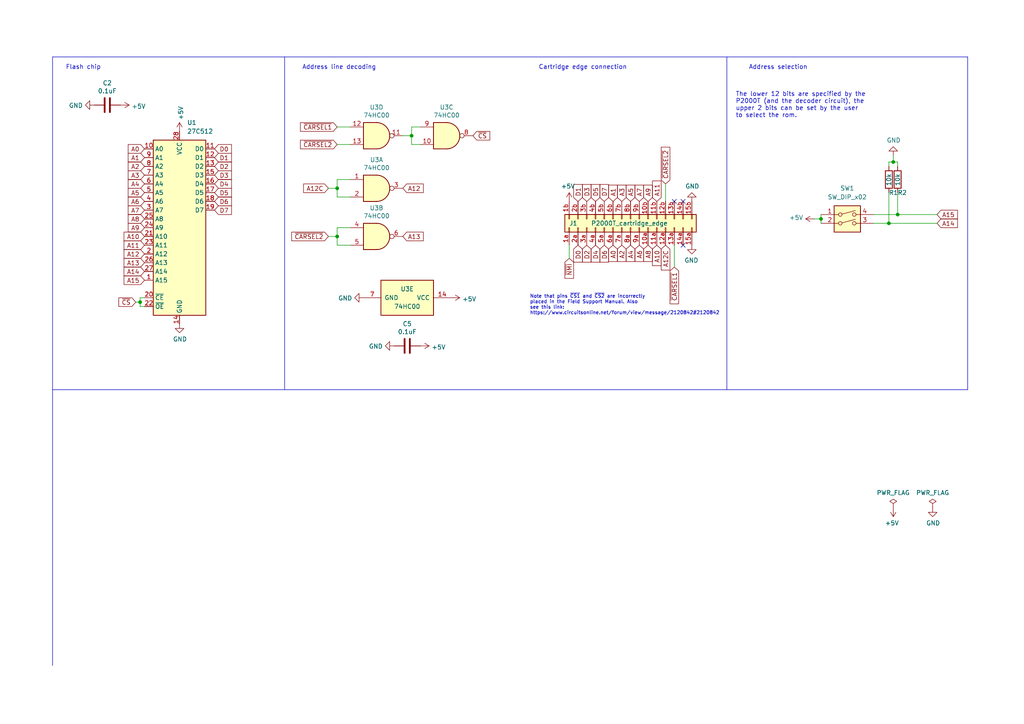
<source format=kicad_sch>
(kicad_sch (version 20230121) (generator eeschema)

  (uuid 740cd481-e367-42b6-a158-24c759a7a91a)

  (paper "A4")

  (title_block
    (title "P2000T Multirom Cartridge")
    (date "2021-08-14")
    (rev "1")
  )

  (lib_symbols
    (symbol "74xx:74HC00" (pin_names (offset 1.016)) (in_bom yes) (on_board yes)
      (property "Reference" "U" (at 0 1.27 0)
        (effects (font (size 1.27 1.27)))
      )
      (property "Value" "74HC00" (at 0 -1.27 0)
        (effects (font (size 1.27 1.27)))
      )
      (property "Footprint" "" (at 0 0 0)
        (effects (font (size 1.27 1.27)) hide)
      )
      (property "Datasheet" "http://www.ti.com/lit/gpn/sn74hc00" (at 0 0 0)
        (effects (font (size 1.27 1.27)) hide)
      )
      (property "ki_locked" "" (at 0 0 0)
        (effects (font (size 1.27 1.27)))
      )
      (property "ki_keywords" "HCMOS nand 2-input" (at 0 0 0)
        (effects (font (size 1.27 1.27)) hide)
      )
      (property "ki_description" "quad 2-input NAND gate" (at 0 0 0)
        (effects (font (size 1.27 1.27)) hide)
      )
      (property "ki_fp_filters" "DIP*W7.62mm* SO14*" (at 0 0 0)
        (effects (font (size 1.27 1.27)) hide)
      )
      (symbol "74HC00_1_1"
        (arc (start 0 -3.81) (mid 3.7934 0) (end 0 3.81)
          (stroke (width 0.254) (type default))
          (fill (type background))
        )
        (polyline
          (pts
            (xy 0 3.81)
            (xy -3.81 3.81)
            (xy -3.81 -3.81)
            (xy 0 -3.81)
          )
          (stroke (width 0.254) (type default))
          (fill (type background))
        )
        (pin input line (at -7.62 2.54 0) (length 3.81)
          (name "~" (effects (font (size 1.27 1.27))))
          (number "1" (effects (font (size 1.27 1.27))))
        )
        (pin input line (at -7.62 -2.54 0) (length 3.81)
          (name "~" (effects (font (size 1.27 1.27))))
          (number "2" (effects (font (size 1.27 1.27))))
        )
        (pin output inverted (at 7.62 0 180) (length 3.81)
          (name "~" (effects (font (size 1.27 1.27))))
          (number "3" (effects (font (size 1.27 1.27))))
        )
      )
      (symbol "74HC00_1_2"
        (arc (start -3.81 -3.81) (mid -2.589 0) (end -3.81 3.81)
          (stroke (width 0.254) (type default))
          (fill (type none))
        )
        (arc (start -0.6096 -3.81) (mid 2.1842 -2.5851) (end 3.81 0)
          (stroke (width 0.254) (type default))
          (fill (type background))
        )
        (polyline
          (pts
            (xy -3.81 -3.81)
            (xy -0.635 -3.81)
          )
          (stroke (width 0.254) (type default))
          (fill (type background))
        )
        (polyline
          (pts
            (xy -3.81 3.81)
            (xy -0.635 3.81)
          )
          (stroke (width 0.254) (type default))
          (fill (type background))
        )
        (polyline
          (pts
            (xy -0.635 3.81)
            (xy -3.81 3.81)
            (xy -3.81 3.81)
            (xy -3.556 3.4036)
            (xy -3.0226 2.2606)
            (xy -2.6924 1.0414)
            (xy -2.6162 -0.254)
            (xy -2.7686 -1.4986)
            (xy -3.175 -2.7178)
            (xy -3.81 -3.81)
            (xy -3.81 -3.81)
            (xy -0.635 -3.81)
          )
          (stroke (width -25.4) (type default))
          (fill (type background))
        )
        (arc (start 3.81 0) (mid 2.1915 2.5936) (end -0.6096 3.81)
          (stroke (width 0.254) (type default))
          (fill (type background))
        )
        (pin input inverted (at -7.62 2.54 0) (length 4.318)
          (name "~" (effects (font (size 1.27 1.27))))
          (number "1" (effects (font (size 1.27 1.27))))
        )
        (pin input inverted (at -7.62 -2.54 0) (length 4.318)
          (name "~" (effects (font (size 1.27 1.27))))
          (number "2" (effects (font (size 1.27 1.27))))
        )
        (pin output line (at 7.62 0 180) (length 3.81)
          (name "~" (effects (font (size 1.27 1.27))))
          (number "3" (effects (font (size 1.27 1.27))))
        )
      )
      (symbol "74HC00_2_1"
        (arc (start 0 -3.81) (mid 3.7934 0) (end 0 3.81)
          (stroke (width 0.254) (type default))
          (fill (type background))
        )
        (polyline
          (pts
            (xy 0 3.81)
            (xy -3.81 3.81)
            (xy -3.81 -3.81)
            (xy 0 -3.81)
          )
          (stroke (width 0.254) (type default))
          (fill (type background))
        )
        (pin input line (at -7.62 2.54 0) (length 3.81)
          (name "~" (effects (font (size 1.27 1.27))))
          (number "4" (effects (font (size 1.27 1.27))))
        )
        (pin input line (at -7.62 -2.54 0) (length 3.81)
          (name "~" (effects (font (size 1.27 1.27))))
          (number "5" (effects (font (size 1.27 1.27))))
        )
        (pin output inverted (at 7.62 0 180) (length 3.81)
          (name "~" (effects (font (size 1.27 1.27))))
          (number "6" (effects (font (size 1.27 1.27))))
        )
      )
      (symbol "74HC00_2_2"
        (arc (start -3.81 -3.81) (mid -2.589 0) (end -3.81 3.81)
          (stroke (width 0.254) (type default))
          (fill (type none))
        )
        (arc (start -0.6096 -3.81) (mid 2.1842 -2.5851) (end 3.81 0)
          (stroke (width 0.254) (type default))
          (fill (type background))
        )
        (polyline
          (pts
            (xy -3.81 -3.81)
            (xy -0.635 -3.81)
          )
          (stroke (width 0.254) (type default))
          (fill (type background))
        )
        (polyline
          (pts
            (xy -3.81 3.81)
            (xy -0.635 3.81)
          )
          (stroke (width 0.254) (type default))
          (fill (type background))
        )
        (polyline
          (pts
            (xy -0.635 3.81)
            (xy -3.81 3.81)
            (xy -3.81 3.81)
            (xy -3.556 3.4036)
            (xy -3.0226 2.2606)
            (xy -2.6924 1.0414)
            (xy -2.6162 -0.254)
            (xy -2.7686 -1.4986)
            (xy -3.175 -2.7178)
            (xy -3.81 -3.81)
            (xy -3.81 -3.81)
            (xy -0.635 -3.81)
          )
          (stroke (width -25.4) (type default))
          (fill (type background))
        )
        (arc (start 3.81 0) (mid 2.1915 2.5936) (end -0.6096 3.81)
          (stroke (width 0.254) (type default))
          (fill (type background))
        )
        (pin input inverted (at -7.62 2.54 0) (length 4.318)
          (name "~" (effects (font (size 1.27 1.27))))
          (number "4" (effects (font (size 1.27 1.27))))
        )
        (pin input inverted (at -7.62 -2.54 0) (length 4.318)
          (name "~" (effects (font (size 1.27 1.27))))
          (number "5" (effects (font (size 1.27 1.27))))
        )
        (pin output line (at 7.62 0 180) (length 3.81)
          (name "~" (effects (font (size 1.27 1.27))))
          (number "6" (effects (font (size 1.27 1.27))))
        )
      )
      (symbol "74HC00_3_1"
        (arc (start 0 -3.81) (mid 3.7934 0) (end 0 3.81)
          (stroke (width 0.254) (type default))
          (fill (type background))
        )
        (polyline
          (pts
            (xy 0 3.81)
            (xy -3.81 3.81)
            (xy -3.81 -3.81)
            (xy 0 -3.81)
          )
          (stroke (width 0.254) (type default))
          (fill (type background))
        )
        (pin input line (at -7.62 -2.54 0) (length 3.81)
          (name "~" (effects (font (size 1.27 1.27))))
          (number "10" (effects (font (size 1.27 1.27))))
        )
        (pin output inverted (at 7.62 0 180) (length 3.81)
          (name "~" (effects (font (size 1.27 1.27))))
          (number "8" (effects (font (size 1.27 1.27))))
        )
        (pin input line (at -7.62 2.54 0) (length 3.81)
          (name "~" (effects (font (size 1.27 1.27))))
          (number "9" (effects (font (size 1.27 1.27))))
        )
      )
      (symbol "74HC00_3_2"
        (arc (start -3.81 -3.81) (mid -2.589 0) (end -3.81 3.81)
          (stroke (width 0.254) (type default))
          (fill (type none))
        )
        (arc (start -0.6096 -3.81) (mid 2.1842 -2.5851) (end 3.81 0)
          (stroke (width 0.254) (type default))
          (fill (type background))
        )
        (polyline
          (pts
            (xy -3.81 -3.81)
            (xy -0.635 -3.81)
          )
          (stroke (width 0.254) (type default))
          (fill (type background))
        )
        (polyline
          (pts
            (xy -3.81 3.81)
            (xy -0.635 3.81)
          )
          (stroke (width 0.254) (type default))
          (fill (type background))
        )
        (polyline
          (pts
            (xy -0.635 3.81)
            (xy -3.81 3.81)
            (xy -3.81 3.81)
            (xy -3.556 3.4036)
            (xy -3.0226 2.2606)
            (xy -2.6924 1.0414)
            (xy -2.6162 -0.254)
            (xy -2.7686 -1.4986)
            (xy -3.175 -2.7178)
            (xy -3.81 -3.81)
            (xy -3.81 -3.81)
            (xy -0.635 -3.81)
          )
          (stroke (width -25.4) (type default))
          (fill (type background))
        )
        (arc (start 3.81 0) (mid 2.1915 2.5936) (end -0.6096 3.81)
          (stroke (width 0.254) (type default))
          (fill (type background))
        )
        (pin input inverted (at -7.62 -2.54 0) (length 4.318)
          (name "~" (effects (font (size 1.27 1.27))))
          (number "10" (effects (font (size 1.27 1.27))))
        )
        (pin output line (at 7.62 0 180) (length 3.81)
          (name "~" (effects (font (size 1.27 1.27))))
          (number "8" (effects (font (size 1.27 1.27))))
        )
        (pin input inverted (at -7.62 2.54 0) (length 4.318)
          (name "~" (effects (font (size 1.27 1.27))))
          (number "9" (effects (font (size 1.27 1.27))))
        )
      )
      (symbol "74HC00_4_1"
        (arc (start 0 -3.81) (mid 3.7934 0) (end 0 3.81)
          (stroke (width 0.254) (type default))
          (fill (type background))
        )
        (polyline
          (pts
            (xy 0 3.81)
            (xy -3.81 3.81)
            (xy -3.81 -3.81)
            (xy 0 -3.81)
          )
          (stroke (width 0.254) (type default))
          (fill (type background))
        )
        (pin output inverted (at 7.62 0 180) (length 3.81)
          (name "~" (effects (font (size 1.27 1.27))))
          (number "11" (effects (font (size 1.27 1.27))))
        )
        (pin input line (at -7.62 2.54 0) (length 3.81)
          (name "~" (effects (font (size 1.27 1.27))))
          (number "12" (effects (font (size 1.27 1.27))))
        )
        (pin input line (at -7.62 -2.54 0) (length 3.81)
          (name "~" (effects (font (size 1.27 1.27))))
          (number "13" (effects (font (size 1.27 1.27))))
        )
      )
      (symbol "74HC00_4_2"
        (arc (start -3.81 -3.81) (mid -2.589 0) (end -3.81 3.81)
          (stroke (width 0.254) (type default))
          (fill (type none))
        )
        (arc (start -0.6096 -3.81) (mid 2.1842 -2.5851) (end 3.81 0)
          (stroke (width 0.254) (type default))
          (fill (type background))
        )
        (polyline
          (pts
            (xy -3.81 -3.81)
            (xy -0.635 -3.81)
          )
          (stroke (width 0.254) (type default))
          (fill (type background))
        )
        (polyline
          (pts
            (xy -3.81 3.81)
            (xy -0.635 3.81)
          )
          (stroke (width 0.254) (type default))
          (fill (type background))
        )
        (polyline
          (pts
            (xy -0.635 3.81)
            (xy -3.81 3.81)
            (xy -3.81 3.81)
            (xy -3.556 3.4036)
            (xy -3.0226 2.2606)
            (xy -2.6924 1.0414)
            (xy -2.6162 -0.254)
            (xy -2.7686 -1.4986)
            (xy -3.175 -2.7178)
            (xy -3.81 -3.81)
            (xy -3.81 -3.81)
            (xy -0.635 -3.81)
          )
          (stroke (width -25.4) (type default))
          (fill (type background))
        )
        (arc (start 3.81 0) (mid 2.1915 2.5936) (end -0.6096 3.81)
          (stroke (width 0.254) (type default))
          (fill (type background))
        )
        (pin output line (at 7.62 0 180) (length 3.81)
          (name "~" (effects (font (size 1.27 1.27))))
          (number "11" (effects (font (size 1.27 1.27))))
        )
        (pin input inverted (at -7.62 2.54 0) (length 4.318)
          (name "~" (effects (font (size 1.27 1.27))))
          (number "12" (effects (font (size 1.27 1.27))))
        )
        (pin input inverted (at -7.62 -2.54 0) (length 4.318)
          (name "~" (effects (font (size 1.27 1.27))))
          (number "13" (effects (font (size 1.27 1.27))))
        )
      )
      (symbol "74HC00_5_0"
        (pin power_in line (at 0 12.7 270) (length 5.08)
          (name "VCC" (effects (font (size 1.27 1.27))))
          (number "14" (effects (font (size 1.27 1.27))))
        )
        (pin power_in line (at 0 -12.7 90) (length 5.08)
          (name "GND" (effects (font (size 1.27 1.27))))
          (number "7" (effects (font (size 1.27 1.27))))
        )
      )
      (symbol "74HC00_5_1"
        (rectangle (start -5.08 7.62) (end 5.08 -7.62)
          (stroke (width 0.254) (type default))
          (fill (type background))
        )
      )
    )
    (symbol "Connector_Generic:Conn_02x15_Row_Letter_Last" (pin_names (offset 1.016) hide) (in_bom yes) (on_board yes)
      (property "Reference" "J" (at 1.27 20.32 0)
        (effects (font (size 1.27 1.27)))
      )
      (property "Value" "Conn_02x15_Row_Letter_Last" (at 1.27 -20.32 0)
        (effects (font (size 1.27 1.27)))
      )
      (property "Footprint" "" (at 0 0 0)
        (effects (font (size 1.27 1.27)) hide)
      )
      (property "Datasheet" "~" (at 0 0 0)
        (effects (font (size 1.27 1.27)) hide)
      )
      (property "ki_keywords" "connector" (at 0 0 0)
        (effects (font (size 1.27 1.27)) hide)
      )
      (property "ki_description" "Generic connector, double row, 02x15, row letter last pin numbering scheme (pin number consists of a letter for the row and a number for the pin index in this row. 1a, ..., Na; 1b, ..., Nb)), script generated (kicad-library-utils/schlib/autogen/connector/)" (at 0 0 0)
        (effects (font (size 1.27 1.27)) hide)
      )
      (property "ki_fp_filters" "Connector*:*_2x??_*" (at 0 0 0)
        (effects (font (size 1.27 1.27)) hide)
      )
      (symbol "Conn_02x15_Row_Letter_Last_1_1"
        (rectangle (start -1.27 -17.653) (end 0 -17.907)
          (stroke (width 0.1524) (type default))
          (fill (type none))
        )
        (rectangle (start -1.27 -15.113) (end 0 -15.367)
          (stroke (width 0.1524) (type default))
          (fill (type none))
        )
        (rectangle (start -1.27 -12.573) (end 0 -12.827)
          (stroke (width 0.1524) (type default))
          (fill (type none))
        )
        (rectangle (start -1.27 -10.033) (end 0 -10.287)
          (stroke (width 0.1524) (type default))
          (fill (type none))
        )
        (rectangle (start -1.27 -7.493) (end 0 -7.747)
          (stroke (width 0.1524) (type default))
          (fill (type none))
        )
        (rectangle (start -1.27 -4.953) (end 0 -5.207)
          (stroke (width 0.1524) (type default))
          (fill (type none))
        )
        (rectangle (start -1.27 -2.413) (end 0 -2.667)
          (stroke (width 0.1524) (type default))
          (fill (type none))
        )
        (rectangle (start -1.27 0.127) (end 0 -0.127)
          (stroke (width 0.1524) (type default))
          (fill (type none))
        )
        (rectangle (start -1.27 2.667) (end 0 2.413)
          (stroke (width 0.1524) (type default))
          (fill (type none))
        )
        (rectangle (start -1.27 5.207) (end 0 4.953)
          (stroke (width 0.1524) (type default))
          (fill (type none))
        )
        (rectangle (start -1.27 7.747) (end 0 7.493)
          (stroke (width 0.1524) (type default))
          (fill (type none))
        )
        (rectangle (start -1.27 10.287) (end 0 10.033)
          (stroke (width 0.1524) (type default))
          (fill (type none))
        )
        (rectangle (start -1.27 12.827) (end 0 12.573)
          (stroke (width 0.1524) (type default))
          (fill (type none))
        )
        (rectangle (start -1.27 15.367) (end 0 15.113)
          (stroke (width 0.1524) (type default))
          (fill (type none))
        )
        (rectangle (start -1.27 17.907) (end 0 17.653)
          (stroke (width 0.1524) (type default))
          (fill (type none))
        )
        (rectangle (start -1.27 19.05) (end 3.81 -19.05)
          (stroke (width 0.254) (type default))
          (fill (type background))
        )
        (rectangle (start 3.81 -17.653) (end 2.54 -17.907)
          (stroke (width 0.1524) (type default))
          (fill (type none))
        )
        (rectangle (start 3.81 -15.113) (end 2.54 -15.367)
          (stroke (width 0.1524) (type default))
          (fill (type none))
        )
        (rectangle (start 3.81 -12.573) (end 2.54 -12.827)
          (stroke (width 0.1524) (type default))
          (fill (type none))
        )
        (rectangle (start 3.81 -10.033) (end 2.54 -10.287)
          (stroke (width 0.1524) (type default))
          (fill (type none))
        )
        (rectangle (start 3.81 -7.493) (end 2.54 -7.747)
          (stroke (width 0.1524) (type default))
          (fill (type none))
        )
        (rectangle (start 3.81 -4.953) (end 2.54 -5.207)
          (stroke (width 0.1524) (type default))
          (fill (type none))
        )
        (rectangle (start 3.81 -2.413) (end 2.54 -2.667)
          (stroke (width 0.1524) (type default))
          (fill (type none))
        )
        (rectangle (start 3.81 0.127) (end 2.54 -0.127)
          (stroke (width 0.1524) (type default))
          (fill (type none))
        )
        (rectangle (start 3.81 2.667) (end 2.54 2.413)
          (stroke (width 0.1524) (type default))
          (fill (type none))
        )
        (rectangle (start 3.81 5.207) (end 2.54 4.953)
          (stroke (width 0.1524) (type default))
          (fill (type none))
        )
        (rectangle (start 3.81 7.747) (end 2.54 7.493)
          (stroke (width 0.1524) (type default))
          (fill (type none))
        )
        (rectangle (start 3.81 10.287) (end 2.54 10.033)
          (stroke (width 0.1524) (type default))
          (fill (type none))
        )
        (rectangle (start 3.81 12.827) (end 2.54 12.573)
          (stroke (width 0.1524) (type default))
          (fill (type none))
        )
        (rectangle (start 3.81 15.367) (end 2.54 15.113)
          (stroke (width 0.1524) (type default))
          (fill (type none))
        )
        (rectangle (start 3.81 17.907) (end 2.54 17.653)
          (stroke (width 0.1524) (type default))
          (fill (type none))
        )
        (pin passive line (at -5.08 -5.08 0) (length 3.81)
          (name "Pin_10a" (effects (font (size 1.27 1.27))))
          (number "10a" (effects (font (size 1.27 1.27))))
        )
        (pin passive line (at 7.62 -5.08 180) (length 3.81)
          (name "Pin_10b" (effects (font (size 1.27 1.27))))
          (number "10b" (effects (font (size 1.27 1.27))))
        )
        (pin passive line (at -5.08 -7.62 0) (length 3.81)
          (name "Pin_11a" (effects (font (size 1.27 1.27))))
          (number "11a" (effects (font (size 1.27 1.27))))
        )
        (pin passive line (at 7.62 -7.62 180) (length 3.81)
          (name "Pin_11b" (effects (font (size 1.27 1.27))))
          (number "11b" (effects (font (size 1.27 1.27))))
        )
        (pin passive line (at -5.08 -10.16 0) (length 3.81)
          (name "Pin_12a" (effects (font (size 1.27 1.27))))
          (number "12a" (effects (font (size 1.27 1.27))))
        )
        (pin passive line (at 7.62 -10.16 180) (length 3.81)
          (name "Pin_12b" (effects (font (size 1.27 1.27))))
          (number "12b" (effects (font (size 1.27 1.27))))
        )
        (pin passive line (at -5.08 -12.7 0) (length 3.81)
          (name "Pin_13a" (effects (font (size 1.27 1.27))))
          (number "13a" (effects (font (size 1.27 1.27))))
        )
        (pin passive line (at 7.62 -12.7 180) (length 3.81)
          (name "Pin_13b" (effects (font (size 1.27 1.27))))
          (number "13b" (effects (font (size 1.27 1.27))))
        )
        (pin passive line (at -5.08 -15.24 0) (length 3.81)
          (name "Pin_14a" (effects (font (size 1.27 1.27))))
          (number "14a" (effects (font (size 1.27 1.27))))
        )
        (pin passive line (at 7.62 -15.24 180) (length 3.81)
          (name "Pin_14b" (effects (font (size 1.27 1.27))))
          (number "14b" (effects (font (size 1.27 1.27))))
        )
        (pin passive line (at -5.08 -17.78 0) (length 3.81)
          (name "Pin_15a" (effects (font (size 1.27 1.27))))
          (number "15a" (effects (font (size 1.27 1.27))))
        )
        (pin passive line (at 7.62 -17.78 180) (length 3.81)
          (name "Pin_15b" (effects (font (size 1.27 1.27))))
          (number "15b" (effects (font (size 1.27 1.27))))
        )
        (pin passive line (at -5.08 17.78 0) (length 3.81)
          (name "Pin_1a" (effects (font (size 1.27 1.27))))
          (number "1a" (effects (font (size 1.27 1.27))))
        )
        (pin passive line (at 7.62 17.78 180) (length 3.81)
          (name "Pin_1b" (effects (font (size 1.27 1.27))))
          (number "1b" (effects (font (size 1.27 1.27))))
        )
        (pin passive line (at -5.08 15.24 0) (length 3.81)
          (name "Pin_2a" (effects (font (size 1.27 1.27))))
          (number "2a" (effects (font (size 1.27 1.27))))
        )
        (pin passive line (at 7.62 15.24 180) (length 3.81)
          (name "Pin_2b" (effects (font (size 1.27 1.27))))
          (number "2b" (effects (font (size 1.27 1.27))))
        )
        (pin passive line (at -5.08 12.7 0) (length 3.81)
          (name "Pin_3a" (effects (font (size 1.27 1.27))))
          (number "3a" (effects (font (size 1.27 1.27))))
        )
        (pin passive line (at 7.62 12.7 180) (length 3.81)
          (name "Pin_3b" (effects (font (size 1.27 1.27))))
          (number "3b" (effects (font (size 1.27 1.27))))
        )
        (pin passive line (at -5.08 10.16 0) (length 3.81)
          (name "Pin_4a" (effects (font (size 1.27 1.27))))
          (number "4a" (effects (font (size 1.27 1.27))))
        )
        (pin passive line (at 7.62 10.16 180) (length 3.81)
          (name "Pin_4b" (effects (font (size 1.27 1.27))))
          (number "4b" (effects (font (size 1.27 1.27))))
        )
        (pin passive line (at -5.08 7.62 0) (length 3.81)
          (name "Pin_5a" (effects (font (size 1.27 1.27))))
          (number "5a" (effects (font (size 1.27 1.27))))
        )
        (pin passive line (at 7.62 7.62 180) (length 3.81)
          (name "Pin_5b" (effects (font (size 1.27 1.27))))
          (number "5b" (effects (font (size 1.27 1.27))))
        )
        (pin passive line (at -5.08 5.08 0) (length 3.81)
          (name "Pin_6a" (effects (font (size 1.27 1.27))))
          (number "6a" (effects (font (size 1.27 1.27))))
        )
        (pin passive line (at 7.62 5.08 180) (length 3.81)
          (name "Pin_6b" (effects (font (size 1.27 1.27))))
          (number "6b" (effects (font (size 1.27 1.27))))
        )
        (pin passive line (at -5.08 2.54 0) (length 3.81)
          (name "Pin_7a" (effects (font (size 1.27 1.27))))
          (number "7a" (effects (font (size 1.27 1.27))))
        )
        (pin passive line (at 7.62 2.54 180) (length 3.81)
          (name "Pin_7b" (effects (font (size 1.27 1.27))))
          (number "7b" (effects (font (size 1.27 1.27))))
        )
        (pin passive line (at -5.08 0 0) (length 3.81)
          (name "Pin_8a" (effects (font (size 1.27 1.27))))
          (number "8a" (effects (font (size 1.27 1.27))))
        )
        (pin passive line (at 7.62 0 180) (length 3.81)
          (name "Pin_8b" (effects (font (size 1.27 1.27))))
          (number "8b" (effects (font (size 1.27 1.27))))
        )
        (pin passive line (at -5.08 -2.54 0) (length 3.81)
          (name "Pin_9a" (effects (font (size 1.27 1.27))))
          (number "9a" (effects (font (size 1.27 1.27))))
        )
        (pin passive line (at 7.62 -2.54 180) (length 3.81)
          (name "Pin_9b" (effects (font (size 1.27 1.27))))
          (number "9b" (effects (font (size 1.27 1.27))))
        )
      )
    )
    (symbol "Device:C" (pin_numbers hide) (pin_names (offset 0.254)) (in_bom yes) (on_board yes)
      (property "Reference" "C" (at 0.635 2.54 0)
        (effects (font (size 1.27 1.27)) (justify left))
      )
      (property "Value" "C" (at 0.635 -2.54 0)
        (effects (font (size 1.27 1.27)) (justify left))
      )
      (property "Footprint" "" (at 0.9652 -3.81 0)
        (effects (font (size 1.27 1.27)) hide)
      )
      (property "Datasheet" "~" (at 0 0 0)
        (effects (font (size 1.27 1.27)) hide)
      )
      (property "ki_keywords" "cap capacitor" (at 0 0 0)
        (effects (font (size 1.27 1.27)) hide)
      )
      (property "ki_description" "Unpolarized capacitor" (at 0 0 0)
        (effects (font (size 1.27 1.27)) hide)
      )
      (property "ki_fp_filters" "C_*" (at 0 0 0)
        (effects (font (size 1.27 1.27)) hide)
      )
      (symbol "C_0_1"
        (polyline
          (pts
            (xy -2.032 -0.762)
            (xy 2.032 -0.762)
          )
          (stroke (width 0.508) (type default))
          (fill (type none))
        )
        (polyline
          (pts
            (xy -2.032 0.762)
            (xy 2.032 0.762)
          )
          (stroke (width 0.508) (type default))
          (fill (type none))
        )
      )
      (symbol "C_1_1"
        (pin passive line (at 0 3.81 270) (length 2.794)
          (name "~" (effects (font (size 1.27 1.27))))
          (number "1" (effects (font (size 1.27 1.27))))
        )
        (pin passive line (at 0 -3.81 90) (length 2.794)
          (name "~" (effects (font (size 1.27 1.27))))
          (number "2" (effects (font (size 1.27 1.27))))
        )
      )
    )
    (symbol "Device:R" (pin_numbers hide) (pin_names (offset 0)) (in_bom yes) (on_board yes)
      (property "Reference" "R" (at 2.032 0 90)
        (effects (font (size 1.27 1.27)))
      )
      (property "Value" "R" (at 0 0 90)
        (effects (font (size 1.27 1.27)))
      )
      (property "Footprint" "" (at -1.778 0 90)
        (effects (font (size 1.27 1.27)) hide)
      )
      (property "Datasheet" "~" (at 0 0 0)
        (effects (font (size 1.27 1.27)) hide)
      )
      (property "ki_keywords" "R res resistor" (at 0 0 0)
        (effects (font (size 1.27 1.27)) hide)
      )
      (property "ki_description" "Resistor" (at 0 0 0)
        (effects (font (size 1.27 1.27)) hide)
      )
      (property "ki_fp_filters" "R_*" (at 0 0 0)
        (effects (font (size 1.27 1.27)) hide)
      )
      (symbol "R_0_1"
        (rectangle (start -1.016 -2.54) (end 1.016 2.54)
          (stroke (width 0.254) (type default))
          (fill (type none))
        )
      )
      (symbol "R_1_1"
        (pin passive line (at 0 3.81 270) (length 1.27)
          (name "~" (effects (font (size 1.27 1.27))))
          (number "1" (effects (font (size 1.27 1.27))))
        )
        (pin passive line (at 0 -3.81 90) (length 1.27)
          (name "~" (effects (font (size 1.27 1.27))))
          (number "2" (effects (font (size 1.27 1.27))))
        )
      )
    )
    (symbol "Memory_EPROM:27C512" (in_bom yes) (on_board yes)
      (property "Reference" "U" (at -7.62 26.67 0)
        (effects (font (size 1.27 1.27)))
      )
      (property "Value" "27C512" (at 2.54 -26.67 0)
        (effects (font (size 1.27 1.27)) (justify left))
      )
      (property "Footprint" "Package_DIP:DIP-28_W15.24mm" (at 0 0 0)
        (effects (font (size 1.27 1.27)) hide)
      )
      (property "Datasheet" "http://ww1.microchip.com/downloads/en/DeviceDoc/doc0015.pdf" (at 0 0 0)
        (effects (font (size 1.27 1.27)) hide)
      )
      (property "ki_keywords" "OTP EPROM 512KiBit" (at 0 0 0)
        (effects (font (size 1.27 1.27)) hide)
      )
      (property "ki_description" "OTP EPROM 512 KiBit" (at 0 0 0)
        (effects (font (size 1.27 1.27)) hide)
      )
      (property "ki_fp_filters" "DIP*W15.24mm*" (at 0 0 0)
        (effects (font (size 1.27 1.27)) hide)
      )
      (symbol "27C512_1_1"
        (rectangle (start -7.62 25.4) (end 7.62 -25.4)
          (stroke (width 0.254) (type default))
          (fill (type background))
        )
        (pin input line (at -10.16 -15.24 0) (length 2.54)
          (name "A15" (effects (font (size 1.27 1.27))))
          (number "1" (effects (font (size 1.27 1.27))))
        )
        (pin input line (at -10.16 22.86 0) (length 2.54)
          (name "A0" (effects (font (size 1.27 1.27))))
          (number "10" (effects (font (size 1.27 1.27))))
        )
        (pin tri_state line (at 10.16 22.86 180) (length 2.54)
          (name "D0" (effects (font (size 1.27 1.27))))
          (number "11" (effects (font (size 1.27 1.27))))
        )
        (pin tri_state line (at 10.16 20.32 180) (length 2.54)
          (name "D1" (effects (font (size 1.27 1.27))))
          (number "12" (effects (font (size 1.27 1.27))))
        )
        (pin tri_state line (at 10.16 17.78 180) (length 2.54)
          (name "D2" (effects (font (size 1.27 1.27))))
          (number "13" (effects (font (size 1.27 1.27))))
        )
        (pin power_in line (at 0 -27.94 90) (length 2.54)
          (name "GND" (effects (font (size 1.27 1.27))))
          (number "14" (effects (font (size 1.27 1.27))))
        )
        (pin tri_state line (at 10.16 15.24 180) (length 2.54)
          (name "D3" (effects (font (size 1.27 1.27))))
          (number "15" (effects (font (size 1.27 1.27))))
        )
        (pin tri_state line (at 10.16 12.7 180) (length 2.54)
          (name "D4" (effects (font (size 1.27 1.27))))
          (number "16" (effects (font (size 1.27 1.27))))
        )
        (pin tri_state line (at 10.16 10.16 180) (length 2.54)
          (name "D5" (effects (font (size 1.27 1.27))))
          (number "17" (effects (font (size 1.27 1.27))))
        )
        (pin tri_state line (at 10.16 7.62 180) (length 2.54)
          (name "D6" (effects (font (size 1.27 1.27))))
          (number "18" (effects (font (size 1.27 1.27))))
        )
        (pin tri_state line (at 10.16 5.08 180) (length 2.54)
          (name "D7" (effects (font (size 1.27 1.27))))
          (number "19" (effects (font (size 1.27 1.27))))
        )
        (pin input line (at -10.16 -7.62 0) (length 2.54)
          (name "A12" (effects (font (size 1.27 1.27))))
          (number "2" (effects (font (size 1.27 1.27))))
        )
        (pin input line (at -10.16 -20.32 0) (length 2.54)
          (name "~{CE}" (effects (font (size 1.27 1.27))))
          (number "20" (effects (font (size 1.27 1.27))))
        )
        (pin input line (at -10.16 -2.54 0) (length 2.54)
          (name "A10" (effects (font (size 1.27 1.27))))
          (number "21" (effects (font (size 1.27 1.27))))
        )
        (pin input line (at -10.16 -22.86 0) (length 2.54)
          (name "~{OE}" (effects (font (size 1.27 1.27))))
          (number "22" (effects (font (size 1.27 1.27))))
        )
        (pin input line (at -10.16 -5.08 0) (length 2.54)
          (name "A11" (effects (font (size 1.27 1.27))))
          (number "23" (effects (font (size 1.27 1.27))))
        )
        (pin input line (at -10.16 0 0) (length 2.54)
          (name "A9" (effects (font (size 1.27 1.27))))
          (number "24" (effects (font (size 1.27 1.27))))
        )
        (pin input line (at -10.16 2.54 0) (length 2.54)
          (name "A8" (effects (font (size 1.27 1.27))))
          (number "25" (effects (font (size 1.27 1.27))))
        )
        (pin input line (at -10.16 -10.16 0) (length 2.54)
          (name "A13" (effects (font (size 1.27 1.27))))
          (number "26" (effects (font (size 1.27 1.27))))
        )
        (pin input line (at -10.16 -12.7 0) (length 2.54)
          (name "A14" (effects (font (size 1.27 1.27))))
          (number "27" (effects (font (size 1.27 1.27))))
        )
        (pin power_in line (at 0 27.94 270) (length 2.54)
          (name "VCC" (effects (font (size 1.27 1.27))))
          (number "28" (effects (font (size 1.27 1.27))))
        )
        (pin input line (at -10.16 5.08 0) (length 2.54)
          (name "A7" (effects (font (size 1.27 1.27))))
          (number "3" (effects (font (size 1.27 1.27))))
        )
        (pin input line (at -10.16 7.62 0) (length 2.54)
          (name "A6" (effects (font (size 1.27 1.27))))
          (number "4" (effects (font (size 1.27 1.27))))
        )
        (pin input line (at -10.16 10.16 0) (length 2.54)
          (name "A5" (effects (font (size 1.27 1.27))))
          (number "5" (effects (font (size 1.27 1.27))))
        )
        (pin input line (at -10.16 12.7 0) (length 2.54)
          (name "A4" (effects (font (size 1.27 1.27))))
          (number "6" (effects (font (size 1.27 1.27))))
        )
        (pin input line (at -10.16 15.24 0) (length 2.54)
          (name "A3" (effects (font (size 1.27 1.27))))
          (number "7" (effects (font (size 1.27 1.27))))
        )
        (pin input line (at -10.16 17.78 0) (length 2.54)
          (name "A2" (effects (font (size 1.27 1.27))))
          (number "8" (effects (font (size 1.27 1.27))))
        )
        (pin input line (at -10.16 20.32 0) (length 2.54)
          (name "A1" (effects (font (size 1.27 1.27))))
          (number "9" (effects (font (size 1.27 1.27))))
        )
      )
    )
    (symbol "Switch:SW_DIP_x02" (pin_names (offset 0) hide) (in_bom yes) (on_board yes)
      (property "Reference" "SW" (at 0 6.35 0)
        (effects (font (size 1.27 1.27)))
      )
      (property "Value" "SW_DIP_x02" (at 0 -3.81 0)
        (effects (font (size 1.27 1.27)))
      )
      (property "Footprint" "" (at 0 0 0)
        (effects (font (size 1.27 1.27)) hide)
      )
      (property "Datasheet" "~" (at 0 0 0)
        (effects (font (size 1.27 1.27)) hide)
      )
      (property "ki_keywords" "dip switch" (at 0 0 0)
        (effects (font (size 1.27 1.27)) hide)
      )
      (property "ki_description" "2x DIP Switch, Single Pole Single Throw (SPST) switch, small symbol" (at 0 0 0)
        (effects (font (size 1.27 1.27)) hide)
      )
      (property "ki_fp_filters" "SW?DIP?x2*" (at 0 0 0)
        (effects (font (size 1.27 1.27)) hide)
      )
      (symbol "SW_DIP_x02_0_0"
        (circle (center -2.032 0) (radius 0.508)
          (stroke (width 0) (type default))
          (fill (type none))
        )
        (circle (center -2.032 2.54) (radius 0.508)
          (stroke (width 0) (type default))
          (fill (type none))
        )
        (polyline
          (pts
            (xy -1.524 0.127)
            (xy 2.3622 1.1684)
          )
          (stroke (width 0) (type default))
          (fill (type none))
        )
        (polyline
          (pts
            (xy -1.524 2.667)
            (xy 2.3622 3.7084)
          )
          (stroke (width 0) (type default))
          (fill (type none))
        )
        (circle (center 2.032 0) (radius 0.508)
          (stroke (width 0) (type default))
          (fill (type none))
        )
        (circle (center 2.032 2.54) (radius 0.508)
          (stroke (width 0) (type default))
          (fill (type none))
        )
      )
      (symbol "SW_DIP_x02_0_1"
        (rectangle (start -3.81 5.08) (end 3.81 -2.54)
          (stroke (width 0.254) (type default))
          (fill (type background))
        )
      )
      (symbol "SW_DIP_x02_1_1"
        (pin passive line (at -7.62 2.54 0) (length 5.08)
          (name "~" (effects (font (size 1.27 1.27))))
          (number "1" (effects (font (size 1.27 1.27))))
        )
        (pin passive line (at -7.62 0 0) (length 5.08)
          (name "~" (effects (font (size 1.27 1.27))))
          (number "2" (effects (font (size 1.27 1.27))))
        )
        (pin passive line (at 7.62 0 180) (length 5.08)
          (name "~" (effects (font (size 1.27 1.27))))
          (number "3" (effects (font (size 1.27 1.27))))
        )
        (pin passive line (at 7.62 2.54 180) (length 5.08)
          (name "~" (effects (font (size 1.27 1.27))))
          (number "4" (effects (font (size 1.27 1.27))))
        )
      )
    )
    (symbol "power:+5V" (power) (pin_names (offset 0)) (in_bom yes) (on_board yes)
      (property "Reference" "#PWR" (at 0 -3.81 0)
        (effects (font (size 1.27 1.27)) hide)
      )
      (property "Value" "+5V" (at 0 3.556 0)
        (effects (font (size 1.27 1.27)))
      )
      (property "Footprint" "" (at 0 0 0)
        (effects (font (size 1.27 1.27)) hide)
      )
      (property "Datasheet" "" (at 0 0 0)
        (effects (font (size 1.27 1.27)) hide)
      )
      (property "ki_keywords" "power-flag" (at 0 0 0)
        (effects (font (size 1.27 1.27)) hide)
      )
      (property "ki_description" "Power symbol creates a global label with name \"+5V\"" (at 0 0 0)
        (effects (font (size 1.27 1.27)) hide)
      )
      (symbol "+5V_0_1"
        (polyline
          (pts
            (xy -0.762 1.27)
            (xy 0 2.54)
          )
          (stroke (width 0) (type default))
          (fill (type none))
        )
        (polyline
          (pts
            (xy 0 0)
            (xy 0 2.54)
          )
          (stroke (width 0) (type default))
          (fill (type none))
        )
        (polyline
          (pts
            (xy 0 2.54)
            (xy 0.762 1.27)
          )
          (stroke (width 0) (type default))
          (fill (type none))
        )
      )
      (symbol "+5V_1_1"
        (pin power_in line (at 0 0 90) (length 0) hide
          (name "+5V" (effects (font (size 1.27 1.27))))
          (number "1" (effects (font (size 1.27 1.27))))
        )
      )
    )
    (symbol "power:GND" (power) (pin_names (offset 0)) (in_bom yes) (on_board yes)
      (property "Reference" "#PWR" (at 0 -6.35 0)
        (effects (font (size 1.27 1.27)) hide)
      )
      (property "Value" "GND" (at 0 -3.81 0)
        (effects (font (size 1.27 1.27)))
      )
      (property "Footprint" "" (at 0 0 0)
        (effects (font (size 1.27 1.27)) hide)
      )
      (property "Datasheet" "" (at 0 0 0)
        (effects (font (size 1.27 1.27)) hide)
      )
      (property "ki_keywords" "power-flag" (at 0 0 0)
        (effects (font (size 1.27 1.27)) hide)
      )
      (property "ki_description" "Power symbol creates a global label with name \"GND\" , ground" (at 0 0 0)
        (effects (font (size 1.27 1.27)) hide)
      )
      (symbol "GND_0_1"
        (polyline
          (pts
            (xy 0 0)
            (xy 0 -1.27)
            (xy 1.27 -1.27)
            (xy 0 -2.54)
            (xy -1.27 -1.27)
            (xy 0 -1.27)
          )
          (stroke (width 0) (type default))
          (fill (type none))
        )
      )
      (symbol "GND_1_1"
        (pin power_in line (at 0 0 270) (length 0) hide
          (name "GND" (effects (font (size 1.27 1.27))))
          (number "1" (effects (font (size 1.27 1.27))))
        )
      )
    )
    (symbol "power:PWR_FLAG" (power) (pin_numbers hide) (pin_names (offset 0) hide) (in_bom yes) (on_board yes)
      (property "Reference" "#FLG" (at 0 1.905 0)
        (effects (font (size 1.27 1.27)) hide)
      )
      (property "Value" "PWR_FLAG" (at 0 3.81 0)
        (effects (font (size 1.27 1.27)))
      )
      (property "Footprint" "" (at 0 0 0)
        (effects (font (size 1.27 1.27)) hide)
      )
      (property "Datasheet" "~" (at 0 0 0)
        (effects (font (size 1.27 1.27)) hide)
      )
      (property "ki_keywords" "power-flag" (at 0 0 0)
        (effects (font (size 1.27 1.27)) hide)
      )
      (property "ki_description" "Special symbol for telling ERC where power comes from" (at 0 0 0)
        (effects (font (size 1.27 1.27)) hide)
      )
      (symbol "PWR_FLAG_0_0"
        (pin power_out line (at 0 0 90) (length 0)
          (name "pwr" (effects (font (size 1.27 1.27))))
          (number "1" (effects (font (size 1.27 1.27))))
        )
      )
      (symbol "PWR_FLAG_0_1"
        (polyline
          (pts
            (xy 0 0)
            (xy 0 1.27)
            (xy -1.016 1.905)
            (xy 0 2.54)
            (xy 1.016 1.905)
            (xy 0 1.27)
          )
          (stroke (width 0) (type default))
          (fill (type none))
        )
      )
    )
  )

  (junction (at 238.125 63.5) (diameter 0) (color 0 0 0 0)
    (uuid 4dd614e3-95b9-43fb-810c-56de966dd72c)
  )
  (junction (at 257.81 64.77) (diameter 0) (color 0 0 0 0)
    (uuid 5e5925f8-593e-4c3c-a061-0a3a80ee1efc)
  )
  (junction (at 40.64 87.63) (diameter 0) (color 0 0 0 0)
    (uuid 772af32e-27f6-45c9-993e-9a68e4b697d2)
  )
  (junction (at 119.38 39.37) (diameter 0) (color 0 0 0 0)
    (uuid 85b3be8f-265c-4da4-a5b8-6ee50cf3f4b9)
  )
  (junction (at 260.35 62.23) (diameter 0) (color 0 0 0 0)
    (uuid 8ac64a81-2849-4487-9a94-d0d44913a509)
  )
  (junction (at 97.79 68.58) (diameter 0) (color 0 0 0 0)
    (uuid e42ecb98-f3ea-4a52-9026-806bb18171fa)
  )
  (junction (at 97.79 54.61) (diameter 0) (color 0 0 0 0)
    (uuid efa92952-1601-4f15-bb52-4b2603b25e20)
  )
  (junction (at 259.08 46.99) (diameter 0) (color 0 0 0 0)
    (uuid f6a57386-dc83-4f48-8e79-e338b797a15b)
  )

  (no_connect (at 195.58 58.42) (uuid 31dd8e4b-dc0c-4d2a-84b9-71cc652c138b))
  (no_connect (at 198.12 71.12) (uuid aae263be-f974-453f-913b-935a5096c22d))
  (no_connect (at 198.12 58.42) (uuid c5b0c6cb-9521-4b72-ac0b-3c2d0318fbc4))

  (wire (pts (xy 97.79 36.83) (xy 101.6 36.83))
    (stroke (width 0) (type default))
    (uuid 012cbfac-45fe-44f9-95ba-a86675594704)
  )
  (wire (pts (xy 97.79 57.15) (xy 101.6 57.15))
    (stroke (width 0) (type default))
    (uuid 04a4d40e-2351-4096-96d6-1186a76c0ded)
  )
  (wire (pts (xy 236.22 63.5) (xy 238.125 63.5))
    (stroke (width 0) (type default))
    (uuid 109b50c4-0a00-48a5-a647-ab2d125704e5)
  )
  (wire (pts (xy 97.79 54.61) (xy 97.79 52.07))
    (stroke (width 0) (type default))
    (uuid 14e088f0-e141-431f-8efd-dbaaafbab5ec)
  )
  (wire (pts (xy 238.125 63.5) (xy 238.125 62.23))
    (stroke (width 0) (type default))
    (uuid 1989ffe0-41b8-4595-ac72-9c415eb50276)
  )
  (polyline (pts (xy 280.67 16.51) (xy 280.67 113.03))
    (stroke (width 0) (type default))
    (uuid 2070e7c0-2509-4762-a622-9df4feec3680)
  )

  (wire (pts (xy 97.79 41.91) (xy 101.6 41.91))
    (stroke (width 0) (type default))
    (uuid 21625f11-fa1b-4b8c-bac3-2734fada4428)
  )
  (wire (pts (xy 257.81 46.99) (xy 257.81 48.26))
    (stroke (width 0) (type default))
    (uuid 21dd5f9c-e9cd-4efc-a285-b6ca27b6c3aa)
  )
  (wire (pts (xy 119.38 39.37) (xy 119.38 36.83))
    (stroke (width 0) (type default))
    (uuid 2cd99c63-f628-4660-8586-500a52fc2d69)
  )
  (wire (pts (xy 97.79 71.12) (xy 101.6 71.12))
    (stroke (width 0) (type default))
    (uuid 3c786d7b-369c-4291-bd8a-9169f453c78f)
  )
  (wire (pts (xy 259.08 46.99) (xy 260.35 46.99))
    (stroke (width 0) (type default))
    (uuid 3ea7d2b9-5d30-49b7-b34b-0c87b4dc0321)
  )
  (wire (pts (xy 253.365 62.23) (xy 260.35 62.23))
    (stroke (width 0) (type default))
    (uuid 407adb5c-8f43-4f56-81af-c2d3bca07048)
  )
  (wire (pts (xy 253.365 64.77) (xy 257.81 64.77))
    (stroke (width 0) (type default))
    (uuid 440d22f7-16b4-4f36-b79e-f97ebcd64637)
  )
  (wire (pts (xy 40.64 88.9) (xy 41.91 88.9))
    (stroke (width 0) (type default))
    (uuid 494bc5b2-e2c7-4d4c-a362-8ad16836258b)
  )
  (wire (pts (xy 238.125 63.5) (xy 238.125 64.77))
    (stroke (width 0) (type default))
    (uuid 4b19bd11-b36a-4400-974f-e544b634eaa2)
  )
  (wire (pts (xy 259.08 45.085) (xy 259.08 46.99))
    (stroke (width 0) (type default))
    (uuid 4c4838d2-546f-4f71-b971-81433d4bfe89)
  )
  (wire (pts (xy 97.79 68.58) (xy 97.79 71.12))
    (stroke (width 0) (type default))
    (uuid 5547406d-daeb-4f15-bce9-ad80e8fb74f3)
  )
  (wire (pts (xy 260.35 46.99) (xy 260.35 48.26))
    (stroke (width 0) (type default))
    (uuid 5f1a45c4-70c0-4fda-ad0d-acde35d74c6c)
  )
  (polyline (pts (xy 15.24 16.51) (xy 15.24 193.04))
    (stroke (width 0) (type default))
    (uuid 67e49a1d-7c3a-4006-9aaa-d261a461ac97)
  )

  (wire (pts (xy 39.37 87.63) (xy 40.64 87.63))
    (stroke (width 0) (type default))
    (uuid 6f85c2e5-2c48-40ee-b73c-fab54a6db61c)
  )
  (wire (pts (xy 257.81 64.77) (xy 271.78 64.77))
    (stroke (width 0) (type default))
    (uuid 76ad1fa2-64ee-4d45-a28c-ebd75e5387cc)
  )
  (wire (pts (xy 97.79 66.04) (xy 101.6 66.04))
    (stroke (width 0) (type default))
    (uuid 792d9449-f3cd-4bfa-b02b-091def10f767)
  )
  (wire (pts (xy 116.84 39.37) (xy 119.38 39.37))
    (stroke (width 0) (type default))
    (uuid 8069c576-87bc-427b-8b72-48b0b53c3831)
  )
  (polyline (pts (xy 82.55 16.51) (xy 82.55 113.03))
    (stroke (width 0) (type default))
    (uuid 8363e8cd-cb7f-4e0a-a8ed-4d6b0e2df7bb)
  )

  (wire (pts (xy 119.38 39.37) (xy 119.38 41.91))
    (stroke (width 0) (type default))
    (uuid 83cfc1fe-9f4b-467e-944d-9f71ce2d0ad3)
  )
  (wire (pts (xy 260.35 62.23) (xy 271.78 62.23))
    (stroke (width 0) (type default))
    (uuid 94abe4a5-d52d-4d51-ba16-9ca167cd6bc1)
  )
  (wire (pts (xy 95.25 68.58) (xy 97.79 68.58))
    (stroke (width 0) (type default))
    (uuid 95e116df-de3a-49b7-883c-b4dd7a9600b1)
  )
  (polyline (pts (xy 15.24 16.51) (xy 280.67 16.51))
    (stroke (width 0) (type default))
    (uuid 96bac20b-cb1d-4b3d-bec9-0b16701a4b50)
  )

  (wire (pts (xy 97.79 68.58) (xy 97.79 66.04))
    (stroke (width 0) (type default))
    (uuid 98d05606-9674-4308-8f2d-378747786f27)
  )
  (wire (pts (xy 260.35 55.88) (xy 260.35 62.23))
    (stroke (width 0) (type default))
    (uuid 9c285429-535f-4e76-a4bf-5106a7c4407a)
  )
  (wire (pts (xy 97.79 52.07) (xy 101.6 52.07))
    (stroke (width 0) (type default))
    (uuid a534c596-2cd5-4955-abc2-2f07362f0201)
  )
  (wire (pts (xy 195.58 71.12) (xy 195.58 77.47))
    (stroke (width 0) (type default))
    (uuid add1f551-32ff-4183-bd8a-cc99353f9111)
  )
  (polyline (pts (xy 15.24 113.03) (xy 280.67 113.03))
    (stroke (width 0) (type default))
    (uuid b0555a1d-81ee-4c4b-882c-d416151597fb)
  )

  (wire (pts (xy 97.79 54.61) (xy 97.79 57.15))
    (stroke (width 0) (type default))
    (uuid b1a43d5b-6e60-413c-81cf-a9095c1cf713)
  )
  (wire (pts (xy 193.04 58.42) (xy 193.04 53.34))
    (stroke (width 0) (type default))
    (uuid bda46546-a8d0-4fe4-8edf-2de3ffc2a164)
  )
  (wire (pts (xy 119.38 41.91) (xy 121.92 41.91))
    (stroke (width 0) (type default))
    (uuid c0bde43c-48ee-4cfc-8be0-8c2b0b953bbd)
  )
  (wire (pts (xy 40.64 86.36) (xy 41.91 86.36))
    (stroke (width 0) (type default))
    (uuid c7cc3c12-3102-4289-8923-5c638afb0d6a)
  )
  (wire (pts (xy 40.64 87.63) (xy 40.64 88.9))
    (stroke (width 0) (type default))
    (uuid d17132a2-eb63-46dc-a75f-2a9133b42ca3)
  )
  (wire (pts (xy 95.25 54.61) (xy 97.79 54.61))
    (stroke (width 0) (type default))
    (uuid d1839dc8-31bc-4700-af20-ecf5ffea4556)
  )
  (wire (pts (xy 165.1 74.93) (xy 165.1 71.12))
    (stroke (width 0) (type default))
    (uuid d4389ede-2e15-409f-a5c3-3af816fadddc)
  )
  (polyline (pts (xy 210.82 113.03) (xy 210.82 16.51))
    (stroke (width 0) (type default))
    (uuid d5c436bb-4864-4e6b-9120-54699ac4e329)
  )

  (wire (pts (xy 119.38 36.83) (xy 121.92 36.83))
    (stroke (width 0) (type default))
    (uuid d73a5883-8c16-41d8-93cf-6a39e3dadc9b)
  )
  (wire (pts (xy 259.08 46.99) (xy 257.81 46.99))
    (stroke (width 0) (type default))
    (uuid e0b96e4c-3ea9-475f-8b91-0d3214079d07)
  )
  (wire (pts (xy 40.64 87.63) (xy 40.64 86.36))
    (stroke (width 0) (type default))
    (uuid ee21053b-d449-4dff-b105-ba8ef18f94ec)
  )
  (wire (pts (xy 257.81 55.88) (xy 257.81 64.77))
    (stroke (width 0) (type default))
    (uuid f57aee97-5f1f-4295-8122-6063af3ea296)
  )

  (text "Note that pins ~{CS1} and ~{CS2} are incorrectly\nplaced in the Field Support Manual. Also\nsee this link:\nhttps://www.circuitsonline.net/forum/view/message/2120842#2120842"
    (at 153.67 91.44 0)
    (effects (font (size 0.9906 0.9906)) (justify left bottom))
    (uuid 17f31a4f-da34-4f32-a6ce-c1a3f143341d)
  )
  (text "Cartridge edge connection" (at 156.21 20.32 0)
    (effects (font (size 1.27 1.27)) (justify left bottom))
    (uuid 36a663cd-938b-4511-8750-f67c7c864c92)
  )
  (text "Flash chip" (at 19.05 20.32 0)
    (effects (font (size 1.27 1.27)) (justify left bottom))
    (uuid 6e3295e2-beae-49df-854e-0654084b6e21)
  )
  (text "Address line decoding" (at 87.63 20.32 0)
    (effects (font (size 1.27 1.27)) (justify left bottom))
    (uuid 76138dbd-9d9b-4e01-98ee-49a0d7ceeb47)
  )
  (text "The lower 12 bits are specified by the\nP2000T (and the decoder circuit), the\nupper 2 bits can be set by the user\nto select the rom."
    (at 213.36 34.29 0)
    (effects (font (size 1.27 1.27)) (justify left bottom))
    (uuid ec078904-3c91-435e-8593-ebe8b6a51ac7)
  )
  (text "Address selection" (at 217.17 20.32 0)
    (effects (font (size 1.27 1.27)) (justify left bottom))
    (uuid f5984ef5-a623-4da0-8889-77c96e842113)
  )

  (global_label "D1" (shape input) (at 62.23 45.72 0) (fields_autoplaced)
    (effects (font (size 1.27 1.27)) (justify left))
    (uuid 0406866e-c0a8-4216-b281-497b1e1e9d79)
    (property "Intersheetrefs" "${INTERSHEET_REFS}" (at 67.0405 45.72 0)
      (effects (font (size 1.27 1.27)) (justify left) hide)
    )
  )
  (global_label "A11" (shape input) (at 190.5 58.42 90) (fields_autoplaced)
    (effects (font (size 1.27 1.27)) (justify left))
    (uuid 0578e80e-9e85-48ea-9aea-1cf1722df2c2)
    (property "Intersheetrefs" "${INTERSHEET_REFS}" (at 190.5 52.5814 90)
      (effects (font (size 1.27 1.27)) (justify left) hide)
    )
  )
  (global_label "D4" (shape input) (at 172.72 71.12 270) (fields_autoplaced)
    (effects (font (size 1.27 1.27)) (justify right))
    (uuid 0bb2d47c-53d5-4e2c-a569-c3ac508683b4)
    (property "Intersheetrefs" "${INTERSHEET_REFS}" (at 172.72 75.9305 90)
      (effects (font (size 1.27 1.27)) (justify right) hide)
    )
  )
  (global_label "D0" (shape input) (at 62.23 43.18 0) (fields_autoplaced)
    (effects (font (size 1.27 1.27)) (justify left))
    (uuid 0cf2acd6-fca7-4961-be46-c9c953bf33e7)
    (property "Intersheetrefs" "${INTERSHEET_REFS}" (at 67.0405 43.18 0)
      (effects (font (size 1.27 1.27)) (justify left) hide)
    )
  )
  (global_label "~{CS}" (shape input) (at 137.16 39.37 0) (fields_autoplaced)
    (effects (font (size 1.27 1.27)) (justify left))
    (uuid 0ef7598b-8067-4d87-9907-f3dd288bea4c)
    (property "Intersheetrefs" "${INTERSHEET_REFS}" (at 141.9705 39.37 0)
      (effects (font (size 1.27 1.27)) (justify left) hide)
    )
  )
  (global_label "~{CS}" (shape input) (at 39.37 87.63 180) (fields_autoplaced)
    (effects (font (size 1.27 1.27)) (justify right))
    (uuid 19b2aa6a-c2ab-4f9d-9531-210e211e9198)
    (property "Intersheetrefs" "${INTERSHEET_REFS}" (at 34.5595 87.63 0)
      (effects (font (size 1.27 1.27)) (justify right) hide)
    )
  )
  (global_label "D5" (shape input) (at 62.23 55.88 0) (fields_autoplaced)
    (effects (font (size 1.27 1.27)) (justify left))
    (uuid 19d3960d-3bb7-4e7f-a222-0b6e8ff1371d)
    (property "Intersheetrefs" "${INTERSHEET_REFS}" (at 67.0405 55.88 0)
      (effects (font (size 1.27 1.27)) (justify left) hide)
    )
  )
  (global_label "A2" (shape input) (at 41.91 48.26 180) (fields_autoplaced)
    (effects (font (size 1.27 1.27)) (justify right))
    (uuid 218b130a-95be-478a-ae67-fca058adfee5)
    (property "Intersheetrefs" "${INTERSHEET_REFS}" (at 37.2809 48.26 0)
      (effects (font (size 1.27 1.27)) (justify right) hide)
    )
  )
  (global_label "D7" (shape input) (at 175.26 58.42 90) (fields_autoplaced)
    (effects (font (size 1.27 1.27)) (justify left))
    (uuid 22daab79-04d3-4958-81b1-d4c62e0685eb)
    (property "Intersheetrefs" "${INTERSHEET_REFS}" (at 175.26 53.6095 90)
      (effects (font (size 1.27 1.27)) (justify left) hide)
    )
  )
  (global_label "A0" (shape input) (at 177.8 71.12 270) (fields_autoplaced)
    (effects (font (size 1.27 1.27)) (justify right))
    (uuid 2738374a-1f3f-43c0-b89d-b9dfe4bd52d4)
    (property "Intersheetrefs" "${INTERSHEET_REFS}" (at 177.8 75.7491 90)
      (effects (font (size 1.27 1.27)) (justify right) hide)
    )
  )
  (global_label "A12" (shape input) (at 41.91 73.66 180) (fields_autoplaced)
    (effects (font (size 1.27 1.27)) (justify right))
    (uuid 2a61072e-6615-466d-a3a6-e01189745b99)
    (property "Intersheetrefs" "${INTERSHEET_REFS}" (at 36.0714 73.66 0)
      (effects (font (size 1.27 1.27)) (justify right) hide)
    )
  )
  (global_label "A5" (shape input) (at 182.88 58.42 90) (fields_autoplaced)
    (effects (font (size 1.27 1.27)) (justify left))
    (uuid 2a949ce7-183e-4e5d-9a85-9dce30026dd2)
    (property "Intersheetrefs" "${INTERSHEET_REFS}" (at 182.88 53.7909 90)
      (effects (font (size 1.27 1.27)) (justify left) hide)
    )
  )
  (global_label "A13" (shape input) (at 116.84 68.58 0) (fields_autoplaced)
    (effects (font (size 1.27 1.27)) (justify left))
    (uuid 305b8902-f0d8-46f3-a73e-fa77fa494e65)
    (property "Intersheetrefs" "${INTERSHEET_REFS}" (at 122.6786 68.58 0)
      (effects (font (size 1.27 1.27)) (justify left) hide)
    )
  )
  (global_label "A14" (shape input) (at 41.91 78.74 180) (fields_autoplaced)
    (effects (font (size 1.27 1.27)) (justify right))
    (uuid 40fc68ef-cb06-4c41-bfb5-a1cc15ba4400)
    (property "Intersheetrefs" "${INTERSHEET_REFS}" (at 36.0714 78.74 0)
      (effects (font (size 1.27 1.27)) (justify right) hide)
    )
  )
  (global_label "A15" (shape input) (at 41.91 81.28 180) (fields_autoplaced)
    (effects (font (size 1.27 1.27)) (justify right))
    (uuid 47367521-3300-4f1b-9ac4-de1954354c71)
    (property "Intersheetrefs" "${INTERSHEET_REFS}" (at 36.0714 81.28 0)
      (effects (font (size 1.27 1.27)) (justify right) hide)
    )
  )
  (global_label "D5" (shape input) (at 172.72 58.42 90) (fields_autoplaced)
    (effects (font (size 1.27 1.27)) (justify left))
    (uuid 553299cb-5ad0-4342-9fbb-bfe8e325cb61)
    (property "Intersheetrefs" "${INTERSHEET_REFS}" (at 172.72 53.6095 90)
      (effects (font (size 1.27 1.27)) (justify left) hide)
    )
  )
  (global_label "D6" (shape input) (at 62.23 58.42 0) (fields_autoplaced)
    (effects (font (size 1.27 1.27)) (justify left))
    (uuid 5aa0d0fc-f7be-4dcf-94a4-6451fb4b5e42)
    (property "Intersheetrefs" "${INTERSHEET_REFS}" (at 67.0405 58.42 0)
      (effects (font (size 1.27 1.27)) (justify left) hide)
    )
  )
  (global_label "A0" (shape input) (at 41.91 43.18 180) (fields_autoplaced)
    (effects (font (size 1.27 1.27)) (justify right))
    (uuid 5b8a298d-0c24-4a00-94c3-baed1db87b70)
    (property "Intersheetrefs" "${INTERSHEET_REFS}" (at 37.2809 43.18 0)
      (effects (font (size 1.27 1.27)) (justify right) hide)
    )
  )
  (global_label "A15" (shape input) (at 271.78 62.23 0) (fields_autoplaced)
    (effects (font (size 1.27 1.27)) (justify left))
    (uuid 5ebdbf20-4054-44bf-856a-583d413cff10)
    (property "Intersheetrefs" "${INTERSHEET_REFS}" (at 277.6186 62.23 0)
      (effects (font (size 1.27 1.27)) (justify left) hide)
    )
  )
  (global_label "A14" (shape input) (at 271.78 64.77 0) (fields_autoplaced)
    (effects (font (size 1.27 1.27)) (justify left))
    (uuid 6020b852-fc7c-4b1b-8308-948259ee85d8)
    (property "Intersheetrefs" "${INTERSHEET_REFS}" (at 277.6186 64.77 0)
      (effects (font (size 1.27 1.27)) (justify left) hide)
    )
  )
  (global_label "A13" (shape input) (at 41.91 76.2 180) (fields_autoplaced)
    (effects (font (size 1.27 1.27)) (justify right))
    (uuid 607f17b7-086a-486e-9a03-16a2c3b7075f)
    (property "Intersheetrefs" "${INTERSHEET_REFS}" (at 36.0714 76.2 0)
      (effects (font (size 1.27 1.27)) (justify right) hide)
    )
  )
  (global_label "D3" (shape input) (at 62.23 50.8 0) (fields_autoplaced)
    (effects (font (size 1.27 1.27)) (justify left))
    (uuid 61dbbbde-d58b-40ed-a1a5-8c24970c41da)
    (property "Intersheetrefs" "${INTERSHEET_REFS}" (at 67.0405 50.8 0)
      (effects (font (size 1.27 1.27)) (justify left) hide)
    )
  )
  (global_label "A1" (shape input) (at 41.91 45.72 180) (fields_autoplaced)
    (effects (font (size 1.27 1.27)) (justify right))
    (uuid 6b0d21b8-ea91-4350-aba6-f747913ea25f)
    (property "Intersheetrefs" "${INTERSHEET_REFS}" (at 37.2809 45.72 0)
      (effects (font (size 1.27 1.27)) (justify right) hide)
    )
  )
  (global_label "D1" (shape input) (at 167.64 58.42 90) (fields_autoplaced)
    (effects (font (size 1.27 1.27)) (justify left))
    (uuid 7cd0cc43-21a0-4dc1-8f9f-9ef8d1f9a7a0)
    (property "Intersheetrefs" "${INTERSHEET_REFS}" (at 167.64 53.6095 90)
      (effects (font (size 1.27 1.27)) (justify left) hide)
    )
  )
  (global_label "D0" (shape input) (at 167.64 71.12 270) (fields_autoplaced)
    (effects (font (size 1.27 1.27)) (justify right))
    (uuid 830272f8-bad2-47e0-95cc-0c692143eea1)
    (property "Intersheetrefs" "${INTERSHEET_REFS}" (at 167.64 75.9305 90)
      (effects (font (size 1.27 1.27)) (justify right) hide)
    )
  )
  (global_label "D4" (shape input) (at 62.23 53.34 0) (fields_autoplaced)
    (effects (font (size 1.27 1.27)) (justify left))
    (uuid 889de955-aa9e-476c-97ac-e0611f4f5d87)
    (property "Intersheetrefs" "${INTERSHEET_REFS}" (at 67.0405 53.34 0)
      (effects (font (size 1.27 1.27)) (justify left) hide)
    )
  )
  (global_label "A12C" (shape input) (at 95.25 54.61 180) (fields_autoplaced)
    (effects (font (size 1.27 1.27)) (justify right))
    (uuid 89092631-7bb9-4e81-85d4-70ad195d5565)
    (property "Intersheetrefs" "${INTERSHEET_REFS}" (at 88.1414 54.61 0)
      (effects (font (size 1.27 1.27)) (justify right) hide)
    )
  )
  (global_label "A5" (shape input) (at 41.91 55.88 180) (fields_autoplaced)
    (effects (font (size 1.27 1.27)) (justify right))
    (uuid 89b64943-6e51-49d0-8815-9369e0834a81)
    (property "Intersheetrefs" "${INTERSHEET_REFS}" (at 37.2809 55.88 0)
      (effects (font (size 1.27 1.27)) (justify right) hide)
    )
  )
  (global_label "~{CARSEL2}" (shape input) (at 193.04 53.34 90) (fields_autoplaced)
    (effects (font (size 1.27 1.27)) (justify left))
    (uuid 8a0ef918-e61c-4526-a3ba-1770d145d532)
    (property "Intersheetrefs" "${INTERSHEET_REFS}" (at 193.04 42.7843 90)
      (effects (font (size 1.27 1.27)) (justify left) hide)
    )
  )
  (global_label "A7" (shape input) (at 41.91 60.96 180) (fields_autoplaced)
    (effects (font (size 1.27 1.27)) (justify right))
    (uuid 92e92d1b-3d78-43c6-b03a-29e29fb71ef4)
    (property "Intersheetrefs" "${INTERSHEET_REFS}" (at 37.2809 60.96 0)
      (effects (font (size 1.27 1.27)) (justify right) hide)
    )
  )
  (global_label "~{NMI}" (shape input) (at 165.1 74.93 270) (fields_autoplaced)
    (effects (font (size 1.27 1.27)) (justify right))
    (uuid 9c5ff6e0-5574-406d-98b6-29625ddc878c)
    (property "Intersheetrefs" "${INTERSHEET_REFS}" (at 165.1 80.6477 90)
      (effects (font (size 1.27 1.27)) (justify right) hide)
    )
  )
  (global_label "A11" (shape input) (at 41.91 71.12 180) (fields_autoplaced)
    (effects (font (size 1.27 1.27)) (justify right))
    (uuid a1c5486c-7531-4145-a61b-025e28150b8e)
    (property "Intersheetrefs" "${INTERSHEET_REFS}" (at 36.0714 71.12 0)
      (effects (font (size 1.27 1.27)) (justify right) hide)
    )
  )
  (global_label "D6" (shape input) (at 175.26 71.12 270) (fields_autoplaced)
    (effects (font (size 1.27 1.27)) (justify right))
    (uuid a1f728f3-7f60-4371-931f-de026928c9de)
    (property "Intersheetrefs" "${INTERSHEET_REFS}" (at 175.26 75.9305 90)
      (effects (font (size 1.27 1.27)) (justify right) hide)
    )
  )
  (global_label "A10" (shape input) (at 190.5 71.12 270) (fields_autoplaced)
    (effects (font (size 1.27 1.27)) (justify right))
    (uuid a423df88-3e8f-4a0d-944f-7b2694337d3d)
    (property "Intersheetrefs" "${INTERSHEET_REFS}" (at 190.5 76.9586 90)
      (effects (font (size 1.27 1.27)) (justify right) hide)
    )
  )
  (global_label "A12" (shape input) (at 116.84 54.61 0) (fields_autoplaced)
    (effects (font (size 1.27 1.27)) (justify left))
    (uuid a54e1c14-3e03-4ba2-a594-8087ab6c2eba)
    (property "Intersheetrefs" "${INTERSHEET_REFS}" (at 122.6786 54.61 0)
      (effects (font (size 1.27 1.27)) (justify left) hide)
    )
  )
  (global_label "A12C" (shape input) (at 193.04 71.12 270) (fields_autoplaced)
    (effects (font (size 1.27 1.27)) (justify right))
    (uuid a8cc74ec-b38c-4bbb-9f47-6cc6b3b0089d)
    (property "Intersheetrefs" "${INTERSHEET_REFS}" (at 193.04 78.2286 90)
      (effects (font (size 1.27 1.27)) (justify right) hide)
    )
  )
  (global_label "A10" (shape input) (at 41.91 68.58 180) (fields_autoplaced)
    (effects (font (size 1.27 1.27)) (justify right))
    (uuid af892604-df33-4106-841c-5c05e5da4688)
    (property "Intersheetrefs" "${INTERSHEET_REFS}" (at 36.0714 68.58 0)
      (effects (font (size 1.27 1.27)) (justify right) hide)
    )
  )
  (global_label "A8" (shape input) (at 41.91 63.5 180) (fields_autoplaced)
    (effects (font (size 1.27 1.27)) (justify right))
    (uuid b25fd7f8-acdd-4dad-9e5b-d0c0c886a356)
    (property "Intersheetrefs" "${INTERSHEET_REFS}" (at 37.2809 63.5 0)
      (effects (font (size 1.27 1.27)) (justify right) hide)
    )
  )
  (global_label "D3" (shape input) (at 170.18 58.42 90) (fields_autoplaced)
    (effects (font (size 1.27 1.27)) (justify left))
    (uuid b46e3271-9ea0-443c-bd16-42661a167641)
    (property "Intersheetrefs" "${INTERSHEET_REFS}" (at 170.18 53.6095 90)
      (effects (font (size 1.27 1.27)) (justify left) hide)
    )
  )
  (global_label "A9" (shape input) (at 41.91 66.04 180) (fields_autoplaced)
    (effects (font (size 1.27 1.27)) (justify right))
    (uuid bd7b4e91-7898-45ac-8982-39ebfe9f2982)
    (property "Intersheetrefs" "${INTERSHEET_REFS}" (at 37.2809 66.04 0)
      (effects (font (size 1.27 1.27)) (justify right) hide)
    )
  )
  (global_label "A8" (shape input) (at 187.96 71.12 270) (fields_autoplaced)
    (effects (font (size 1.27 1.27)) (justify right))
    (uuid c1697720-3642-4160-ae07-ddfa7cccefa4)
    (property "Intersheetrefs" "${INTERSHEET_REFS}" (at 187.96 75.7491 90)
      (effects (font (size 1.27 1.27)) (justify right) hide)
    )
  )
  (global_label "A1" (shape input) (at 177.8 58.42 90) (fields_autoplaced)
    (effects (font (size 1.27 1.27)) (justify left))
    (uuid c2aa0c52-8a0c-4dbf-9c5a-71266be01c6a)
    (property "Intersheetrefs" "${INTERSHEET_REFS}" (at 177.8 53.7909 90)
      (effects (font (size 1.27 1.27)) (justify left) hide)
    )
  )
  (global_label "D2" (shape input) (at 62.23 48.26 0) (fields_autoplaced)
    (effects (font (size 1.27 1.27)) (justify left))
    (uuid c2b04990-0207-4592-bfde-32855ddca3a1)
    (property "Intersheetrefs" "${INTERSHEET_REFS}" (at 67.0405 48.26 0)
      (effects (font (size 1.27 1.27)) (justify left) hide)
    )
  )
  (global_label "A2" (shape input) (at 180.34 71.12 270) (fields_autoplaced)
    (effects (font (size 1.27 1.27)) (justify right))
    (uuid c5de58db-e6c0-4d89-8949-19a398315ec3)
    (property "Intersheetrefs" "${INTERSHEET_REFS}" (at 180.34 75.7491 90)
      (effects (font (size 1.27 1.27)) (justify right) hide)
    )
  )
  (global_label "A4" (shape input) (at 182.88 71.12 270) (fields_autoplaced)
    (effects (font (size 1.27 1.27)) (justify right))
    (uuid ccc4cb38-98d4-427e-ae53-8369eb2531ee)
    (property "Intersheetrefs" "${INTERSHEET_REFS}" (at 182.88 75.7491 90)
      (effects (font (size 1.27 1.27)) (justify right) hide)
    )
  )
  (global_label "A6" (shape input) (at 185.42 71.12 270) (fields_autoplaced)
    (effects (font (size 1.27 1.27)) (justify right))
    (uuid cea0855e-ad25-451a-b96e-f7b770e92954)
    (property "Intersheetrefs" "${INTERSHEET_REFS}" (at 185.42 75.7491 90)
      (effects (font (size 1.27 1.27)) (justify right) hide)
    )
  )
  (global_label "A3" (shape input) (at 180.34 58.42 90) (fields_autoplaced)
    (effects (font (size 1.27 1.27)) (justify left))
    (uuid cfc4eae3-f78d-4622-af99-53e0d2979e0a)
    (property "Intersheetrefs" "${INTERSHEET_REFS}" (at 180.34 53.7909 90)
      (effects (font (size 1.27 1.27)) (justify left) hide)
    )
  )
  (global_label "A7" (shape input) (at 185.42 58.42 90) (fields_autoplaced)
    (effects (font (size 1.27 1.27)) (justify left))
    (uuid d0f9096f-c1d2-444b-9dea-93d8b5e30c01)
    (property "Intersheetrefs" "${INTERSHEET_REFS}" (at 185.42 53.7909 90)
      (effects (font (size 1.27 1.27)) (justify left) hide)
    )
  )
  (global_label "A6" (shape input) (at 41.91 58.42 180) (fields_autoplaced)
    (effects (font (size 1.27 1.27)) (justify right))
    (uuid d4f662a5-03d4-4ac9-93cd-962da64388eb)
    (property "Intersheetrefs" "${INTERSHEET_REFS}" (at 37.2809 58.42 0)
      (effects (font (size 1.27 1.27)) (justify right) hide)
    )
  )
  (global_label "A4" (shape input) (at 41.91 53.34 180) (fields_autoplaced)
    (effects (font (size 1.27 1.27)) (justify right))
    (uuid db38b2e8-36dc-47fc-b746-b641544c5c16)
    (property "Intersheetrefs" "${INTERSHEET_REFS}" (at 37.2809 53.34 0)
      (effects (font (size 1.27 1.27)) (justify right) hide)
    )
  )
  (global_label "~{CARSEL1}" (shape input) (at 195.58 77.47 270) (fields_autoplaced)
    (effects (font (size 1.27 1.27)) (justify right))
    (uuid dc18a763-4e20-4cdf-b7eb-2c81ae1ac776)
    (property "Intersheetrefs" "${INTERSHEET_REFS}" (at 195.58 88.0257 90)
      (effects (font (size 1.27 1.27)) (justify right) hide)
    )
  )
  (global_label "~{CARSEL2}" (shape input) (at 95.25 68.58 180) (fields_autoplaced)
    (effects (font (size 1.27 1.27)) (justify right))
    (uuid dfa1f310-7755-49e5-be32-7a5275a9338a)
    (property "Intersheetrefs" "${INTERSHEET_REFS}" (at 84.6943 68.58 0)
      (effects (font (size 1.27 1.27)) (justify right) hide)
    )
  )
  (global_label "~{CARSEL1}" (shape input) (at 97.79 36.83 180) (fields_autoplaced)
    (effects (font (size 1.27 1.27)) (justify right))
    (uuid e1292be8-7cbe-47f2-85a9-1b6aca2c477a)
    (property "Intersheetrefs" "${INTERSHEET_REFS}" (at 87.2343 36.83 0)
      (effects (font (size 1.27 1.27)) (justify right) hide)
    )
  )
  (global_label "A9" (shape input) (at 187.96 58.42 90) (fields_autoplaced)
    (effects (font (size 1.27 1.27)) (justify left))
    (uuid eaceb505-34f1-4bfd-ad19-85cb91ae0112)
    (property "Intersheetrefs" "${INTERSHEET_REFS}" (at 187.96 53.7909 90)
      (effects (font (size 1.27 1.27)) (justify left) hide)
    )
  )
  (global_label "D7" (shape input) (at 62.23 60.96 0) (fields_autoplaced)
    (effects (font (size 1.27 1.27)) (justify left))
    (uuid ec59b7da-c867-41be-8b42-97f36cf4aa22)
    (property "Intersheetrefs" "${INTERSHEET_REFS}" (at 67.0405 60.96 0)
      (effects (font (size 1.27 1.27)) (justify left) hide)
    )
  )
  (global_label "D2" (shape input) (at 170.18 71.12 270) (fields_autoplaced)
    (effects (font (size 1.27 1.27)) (justify right))
    (uuid f95bd91b-b514-4521-9fbf-438e218586cf)
    (property "Intersheetrefs" "${INTERSHEET_REFS}" (at 170.18 75.9305 90)
      (effects (font (size 1.27 1.27)) (justify right) hide)
    )
  )
  (global_label "~{CARSEL2}" (shape input) (at 97.79 41.91 180) (fields_autoplaced)
    (effects (font (size 1.27 1.27)) (justify right))
    (uuid fe26cf0e-569f-429f-8384-fd0675a1e1a7)
    (property "Intersheetrefs" "${INTERSHEET_REFS}" (at 87.2343 41.91 0)
      (effects (font (size 1.27 1.27)) (justify right) hide)
    )
  )
  (global_label "A3" (shape input) (at 41.91 50.8 180) (fields_autoplaced)
    (effects (font (size 1.27 1.27)) (justify right))
    (uuid fe47a417-6b97-4078-a4ce-22456ffba845)
    (property "Intersheetrefs" "${INTERSHEET_REFS}" (at 37.2809 50.8 0)
      (effects (font (size 1.27 1.27)) (justify right) hide)
    )
  )

  (symbol (lib_id "Connector_Generic:Conn_02x15_Row_Letter_Last") (at 182.88 66.04 90) (unit 1)
    (in_bom yes) (on_board yes) (dnp no)
    (uuid 00000000-0000-0000-0000-000060f53d0e)
    (property "Reference" "J1" (at 165.1 64.77 90)
      (effects (font (size 1.27 1.27)) (justify right))
    )
    (property "Value" "P2000T_cartridge_edge" (at 171.45 64.77 90)
      (effects (font (size 1.27 1.27)) (justify right))
    )
    (property "Footprint" "p2000t_cartridge:p2000t_cartridge_edge" (at 182.88 66.04 0)
      (effects (font (size 1.27 1.27)) hide)
    )
    (property "Datasheet" "~" (at 182.88 66.04 0)
      (effects (font (size 1.27 1.27)) hide)
    )
    (pin "10a" (uuid 79c31065-1e6f-4d4e-bf45-bb58da0a5925))
    (pin "10b" (uuid 56f814b0-24e6-409e-b1aa-cb1ce30115af))
    (pin "11a" (uuid 98434bec-5611-4e61-b4f8-9cc0d36d5781))
    (pin "11b" (uuid 48b3fa02-cd4a-4a02-9127-5cef390a7c90))
    (pin "12a" (uuid d3415047-f54e-4342-a2c9-064d4f6ffc08))
    (pin "12b" (uuid ccd2e413-40c1-4ddd-8580-1ccb4f0979fc))
    (pin "13a" (uuid 0187d230-e1a9-4443-b3b2-40b221128b2c))
    (pin "13b" (uuid f3e319b6-d1f2-48db-b5ad-53f81cba5bfb))
    (pin "14a" (uuid 55ef3e30-71c6-426e-9dfc-9599d539b178))
    (pin "14b" (uuid eff1fd46-1c57-4a0c-b146-00d3cc9acf64))
    (pin "15a" (uuid ca8723ae-fd1c-41e6-bbd4-d9e8f5b9de3e))
    (pin "15b" (uuid d660725d-74bd-4235-ba2e-fc22bfe77d47))
    (pin "1a" (uuid 12aae544-b5ac-4c1e-9712-4b914b390d93))
    (pin "1b" (uuid 3792478a-b6ea-4c48-ac39-01ce8928304a))
    (pin "2a" (uuid 25e4fdb0-3318-4395-b426-af60850bc6a7))
    (pin "2b" (uuid b0860093-f08b-497f-802b-91fe449a789a))
    (pin "3a" (uuid 55bc857b-535e-489a-aafa-44bf95b377f9))
    (pin "3b" (uuid 464fe286-822c-4751-9382-dbb7c50b84de))
    (pin "4a" (uuid f57b7d81-6b3f-441b-8057-8a92107b1f3f))
    (pin "4b" (uuid eb296ea9-1c8f-4496-9061-c45f554d5ba5))
    (pin "5a" (uuid b300b5d8-466d-41bd-9b03-92e6255d53e9))
    (pin "5b" (uuid b69010bf-b765-40fd-b958-f7c9a4c1a4a7))
    (pin "6a" (uuid 7b43fb08-e15e-4340-ac64-ee16d857e3c5))
    (pin "6b" (uuid f11ef514-7d5c-48c7-bf7c-d4bffeccc27f))
    (pin "7a" (uuid 8fb2ec51-a4ae-49bf-b1c5-d16130f6be73))
    (pin "7b" (uuid dcc3d3e2-667d-4daa-a3e8-287656374a5e))
    (pin "8a" (uuid c1414262-c305-466c-b742-dd2c2a017338))
    (pin "8b" (uuid a08598ed-d6d7-4152-9f71-5415574a773f))
    (pin "9a" (uuid 6fc7001b-0514-4bb1-8595-bc2bae9de6ac))
    (pin "9b" (uuid 09113f71-83a0-4edb-a0e0-16b5c71efe5f))
    (instances
      (project "multicartridge-w27c512"
        (path "/740cd481-e367-42b6-a158-24c759a7a91a"
          (reference "J1") (unit 1)
        )
      )
    )
  )

  (symbol (lib_id "power:+5V") (at 165.1 58.42 0) (mirror y) (unit 1)
    (in_bom yes) (on_board yes) (dnp no)
    (uuid 00000000-0000-0000-0000-000060f8ef95)
    (property "Reference" "#PWR022" (at 165.1 62.23 0)
      (effects (font (size 1.27 1.27)) hide)
    )
    (property "Value" "+5V" (at 164.719 54.0258 0)
      (effects (font (size 1.27 1.27)))
    )
    (property "Footprint" "" (at 165.1 58.42 0)
      (effects (font (size 1.27 1.27)) hide)
    )
    (property "Datasheet" "" (at 165.1 58.42 0)
      (effects (font (size 1.27 1.27)) hide)
    )
    (pin "1" (uuid 6dc56322-3f67-4869-9f28-dc60ac0e05ab))
    (instances
      (project "multicartridge-w27c512"
        (path "/740cd481-e367-42b6-a158-24c759a7a91a"
          (reference "#PWR022") (unit 1)
        )
      )
    )
  )

  (symbol (lib_id "power:GND") (at 200.66 71.12 0) (mirror y) (unit 1)
    (in_bom yes) (on_board yes) (dnp no)
    (uuid 00000000-0000-0000-0000-000060f8fbe5)
    (property "Reference" "#PWR024" (at 200.66 77.47 0)
      (effects (font (size 1.27 1.27)) hide)
    )
    (property "Value" "GND" (at 200.533 75.5142 0)
      (effects (font (size 1.27 1.27)))
    )
    (property "Footprint" "" (at 200.66 71.12 0)
      (effects (font (size 1.27 1.27)) hide)
    )
    (property "Datasheet" "" (at 200.66 71.12 0)
      (effects (font (size 1.27 1.27)) hide)
    )
    (pin "1" (uuid 2f157d21-3a39-473b-9a4d-ddfb8b4e0a16))
    (instances
      (project "multicartridge-w27c512"
        (path "/740cd481-e367-42b6-a158-24c759a7a91a"
          (reference "#PWR024") (unit 1)
        )
      )
    )
  )

  (symbol (lib_id "power:GND") (at 200.66 58.42 0) (mirror x) (unit 1)
    (in_bom yes) (on_board yes) (dnp no)
    (uuid 00000000-0000-0000-0000-000060f90929)
    (property "Reference" "#PWR023" (at 200.66 52.07 0)
      (effects (font (size 1.27 1.27)) hide)
    )
    (property "Value" "GND" (at 200.787 54.0258 0)
      (effects (font (size 1.27 1.27)))
    )
    (property "Footprint" "" (at 200.66 58.42 0)
      (effects (font (size 1.27 1.27)) hide)
    )
    (property "Datasheet" "" (at 200.66 58.42 0)
      (effects (font (size 1.27 1.27)) hide)
    )
    (pin "1" (uuid 30a5ea45-d38c-4e33-96fc-ba01eebf7087))
    (instances
      (project "multicartridge-w27c512"
        (path "/740cd481-e367-42b6-a158-24c759a7a91a"
          (reference "#PWR023") (unit 1)
        )
      )
    )
  )

  (symbol (lib_id "power:GND") (at 52.07 93.98 0) (unit 1)
    (in_bom yes) (on_board yes) (dnp no)
    (uuid 00000000-0000-0000-0000-000060f95d08)
    (property "Reference" "#PWR08" (at 52.07 100.33 0)
      (effects (font (size 1.27 1.27)) hide)
    )
    (property "Value" "GND" (at 52.197 98.3742 0)
      (effects (font (size 1.27 1.27)))
    )
    (property "Footprint" "" (at 52.07 93.98 0)
      (effects (font (size 1.27 1.27)) hide)
    )
    (property "Datasheet" "" (at 52.07 93.98 0)
      (effects (font (size 1.27 1.27)) hide)
    )
    (pin "1" (uuid e172c367-9661-4be4-a736-fe4e7fdabe37))
    (instances
      (project "multicartridge-w27c512"
        (path "/740cd481-e367-42b6-a158-24c759a7a91a"
          (reference "#PWR08") (unit 1)
        )
      )
    )
  )

  (symbol (lib_id "power:+5V") (at 52.07 38.1 0) (unit 1)
    (in_bom yes) (on_board yes) (dnp no)
    (uuid 00000000-0000-0000-0000-000060f96777)
    (property "Reference" "#PWR07" (at 52.07 41.91 0)
      (effects (font (size 1.27 1.27)) hide)
    )
    (property "Value" "+5V" (at 52.451 34.8488 90)
      (effects (font (size 1.27 1.27)) (justify left))
    )
    (property "Footprint" "" (at 52.07 38.1 0)
      (effects (font (size 1.27 1.27)) hide)
    )
    (property "Datasheet" "" (at 52.07 38.1 0)
      (effects (font (size 1.27 1.27)) hide)
    )
    (pin "1" (uuid 23a7c881-dfb5-446b-8e72-c476b4e56fd4))
    (instances
      (project "multicartridge-w27c512"
        (path "/740cd481-e367-42b6-a158-24c759a7a91a"
          (reference "#PWR07") (unit 1)
        )
      )
    )
  )

  (symbol (lib_id "Device:C") (at 31.115 30.48 270) (unit 1)
    (in_bom yes) (on_board yes) (dnp no)
    (uuid 00000000-0000-0000-0000-000060fac7f9)
    (property "Reference" "C2" (at 31.115 24.0792 90)
      (effects (font (size 1.27 1.27)))
    )
    (property "Value" "0.1uF" (at 31.115 26.3906 90)
      (effects (font (size 1.27 1.27)))
    )
    (property "Footprint" "Capacitor_THT:C_Disc_D5.0mm_W2.5mm_P5.00mm" (at 27.305 31.4452 0)
      (effects (font (size 1.27 1.27)) hide)
    )
    (property "Datasheet" "~" (at 31.115 30.48 0)
      (effects (font (size 1.27 1.27)) hide)
    )
    (pin "1" (uuid 140beed0-041e-4f1b-a864-9c255446eee9))
    (pin "2" (uuid 02bd7b3f-ab78-43ca-bf6f-761a2be6f055))
    (instances
      (project "multicartridge-w27c512"
        (path "/740cd481-e367-42b6-a158-24c759a7a91a"
          (reference "C2") (unit 1)
        )
      )
    )
  )

  (symbol (lib_id "power:GND") (at 27.305 30.48 270) (unit 1)
    (in_bom yes) (on_board yes) (dnp no)
    (uuid 00000000-0000-0000-0000-000060fac7ff)
    (property "Reference" "#PWR06" (at 20.955 30.48 0)
      (effects (font (size 1.27 1.27)) hide)
    )
    (property "Value" "GND" (at 24.0538 30.607 90)
      (effects (font (size 1.27 1.27)) (justify right))
    )
    (property "Footprint" "" (at 27.305 30.48 0)
      (effects (font (size 1.27 1.27)) hide)
    )
    (property "Datasheet" "" (at 27.305 30.48 0)
      (effects (font (size 1.27 1.27)) hide)
    )
    (pin "1" (uuid 4a4f6e41-8aaf-451a-9d91-360e5cad79fb))
    (instances
      (project "multicartridge-w27c512"
        (path "/740cd481-e367-42b6-a158-24c759a7a91a"
          (reference "#PWR06") (unit 1)
        )
      )
    )
  )

  (symbol (lib_id "power:+5V") (at 34.925 30.48 270) (unit 1)
    (in_bom yes) (on_board yes) (dnp no)
    (uuid 00000000-0000-0000-0000-000060fac805)
    (property "Reference" "#PWR011" (at 31.115 30.48 0)
      (effects (font (size 1.27 1.27)) hide)
    )
    (property "Value" "+5V" (at 38.1762 30.861 90)
      (effects (font (size 1.27 1.27)) (justify left))
    )
    (property "Footprint" "" (at 34.925 30.48 0)
      (effects (font (size 1.27 1.27)) hide)
    )
    (property "Datasheet" "" (at 34.925 30.48 0)
      (effects (font (size 1.27 1.27)) hide)
    )
    (pin "1" (uuid 46032354-e945-4faf-8a4e-1e1b11bd04ac))
    (instances
      (project "multicartridge-w27c512"
        (path "/740cd481-e367-42b6-a158-24c759a7a91a"
          (reference "#PWR011") (unit 1)
        )
      )
    )
  )

  (symbol (lib_id "power:PWR_FLAG") (at 259.08 147.32 0) (unit 1)
    (in_bom yes) (on_board yes) (dnp no)
    (uuid 00000000-0000-0000-0000-000060fb66e2)
    (property "Reference" "#FLG01" (at 259.08 145.415 0)
      (effects (font (size 1.27 1.27)) hide)
    )
    (property "Value" "PWR_FLAG" (at 259.08 142.9258 0)
      (effects (font (size 1.27 1.27)))
    )
    (property "Footprint" "" (at 259.08 147.32 0)
      (effects (font (size 1.27 1.27)) hide)
    )
    (property "Datasheet" "~" (at 259.08 147.32 0)
      (effects (font (size 1.27 1.27)) hide)
    )
    (pin "1" (uuid d4288783-96cc-480c-b536-a9f6dbf8e75a))
    (instances
      (project "multicartridge-w27c512"
        (path "/740cd481-e367-42b6-a158-24c759a7a91a"
          (reference "#FLG01") (unit 1)
        )
      )
    )
  )

  (symbol (lib_id "power:+5V") (at 259.08 147.32 180) (unit 1)
    (in_bom yes) (on_board yes) (dnp no)
    (uuid 00000000-0000-0000-0000-000060fb72a7)
    (property "Reference" "#PWR030" (at 259.08 143.51 0)
      (effects (font (size 1.27 1.27)) hide)
    )
    (property "Value" "+5V" (at 258.699 151.7142 0)
      (effects (font (size 1.27 1.27)))
    )
    (property "Footprint" "" (at 259.08 147.32 0)
      (effects (font (size 1.27 1.27)) hide)
    )
    (property "Datasheet" "" (at 259.08 147.32 0)
      (effects (font (size 1.27 1.27)) hide)
    )
    (pin "1" (uuid 1cf0067b-55a0-421f-af4b-5435ce29e65e))
    (instances
      (project "multicartridge-w27c512"
        (path "/740cd481-e367-42b6-a158-24c759a7a91a"
          (reference "#PWR030") (unit 1)
        )
      )
    )
  )

  (symbol (lib_id "power:GND") (at 270.51 147.32 0) (unit 1)
    (in_bom yes) (on_board yes) (dnp no)
    (uuid 00000000-0000-0000-0000-000060fb8224)
    (property "Reference" "#PWR031" (at 270.51 153.67 0)
      (effects (font (size 1.27 1.27)) hide)
    )
    (property "Value" "GND" (at 270.637 151.7142 0)
      (effects (font (size 1.27 1.27)))
    )
    (property "Footprint" "" (at 270.51 147.32 0)
      (effects (font (size 1.27 1.27)) hide)
    )
    (property "Datasheet" "" (at 270.51 147.32 0)
      (effects (font (size 1.27 1.27)) hide)
    )
    (pin "1" (uuid 9b2d5aa0-4b3e-4395-8bb2-f43b31de7af5))
    (instances
      (project "multicartridge-w27c512"
        (path "/740cd481-e367-42b6-a158-24c759a7a91a"
          (reference "#PWR031") (unit 1)
        )
      )
    )
  )

  (symbol (lib_id "power:PWR_FLAG") (at 270.51 147.32 0) (unit 1)
    (in_bom yes) (on_board yes) (dnp no)
    (uuid 00000000-0000-0000-0000-000060fb8e2d)
    (property "Reference" "#FLG02" (at 270.51 145.415 0)
      (effects (font (size 1.27 1.27)) hide)
    )
    (property "Value" "PWR_FLAG" (at 270.51 142.9258 0)
      (effects (font (size 1.27 1.27)))
    )
    (property "Footprint" "" (at 270.51 147.32 0)
      (effects (font (size 1.27 1.27)) hide)
    )
    (property "Datasheet" "~" (at 270.51 147.32 0)
      (effects (font (size 1.27 1.27)) hide)
    )
    (pin "1" (uuid 01fec133-50be-4c87-bba0-f541b2dbdc2a))
    (instances
      (project "multicartridge-w27c512"
        (path "/740cd481-e367-42b6-a158-24c759a7a91a"
          (reference "#FLG02") (unit 1)
        )
      )
    )
  )

  (symbol (lib_id "74xx:74HC00") (at 129.54 39.37 0) (unit 3)
    (in_bom yes) (on_board yes) (dnp no)
    (uuid 00000000-0000-0000-0000-000061017c77)
    (property "Reference" "U3" (at 129.54 31.115 0)
      (effects (font (size 1.27 1.27)))
    )
    (property "Value" "74HC00" (at 129.54 33.4264 0)
      (effects (font (size 1.27 1.27)))
    )
    (property "Footprint" "Package_DIP:DIP-14_W7.62mm_Socket" (at 129.54 39.37 0)
      (effects (font (size 1.27 1.27)) hide)
    )
    (property "Datasheet" "http://www.ti.com/lit/gpn/sn74hc00" (at 129.54 39.37 0)
      (effects (font (size 1.27 1.27)) hide)
    )
    (pin "1" (uuid 6b95a64a-a638-4a06-9727-bfdec4047282))
    (pin "2" (uuid 80b701df-0e11-457f-bb92-f201a117594d))
    (pin "3" (uuid 587085c7-f8c1-4bd2-b3a5-20df439e21bf))
    (pin "4" (uuid 1cd63ba4-a83b-494d-939f-768413f98715))
    (pin "5" (uuid 46e0cade-6374-4dcc-b675-91292481cae2))
    (pin "6" (uuid f4eae667-e47a-477f-b28d-054d2dc45fe4))
    (pin "10" (uuid 8cb5d87e-a748-4003-9062-3b1b3a190ed7))
    (pin "8" (uuid 35bb53ed-7b44-4f1c-85bf-405552ccd140))
    (pin "9" (uuid e5d7dc21-5c82-48e2-8d02-b4c87556691f))
    (pin "11" (uuid 2562f699-cc36-43ce-a981-d11582af9f71))
    (pin "12" (uuid 86295478-1950-499a-8a96-3a0148cbfc05))
    (pin "13" (uuid efbbe266-20d5-477e-8fa1-ac82894f66f2))
    (pin "14" (uuid 9d706488-5449-4925-8393-1e1dcd78dcf0))
    (pin "7" (uuid c8c6d6d7-faab-46a9-8b72-dc9aebcf00f6))
    (instances
      (project "multicartridge-w27c512"
        (path "/740cd481-e367-42b6-a158-24c759a7a91a"
          (reference "U3") (unit 3)
        )
      )
    )
  )

  (symbol (lib_id "74xx:74HC00") (at 109.22 54.61 0) (unit 1)
    (in_bom yes) (on_board yes) (dnp no)
    (uuid 00000000-0000-0000-0000-000061041da7)
    (property "Reference" "U3" (at 109.22 46.355 0)
      (effects (font (size 1.27 1.27)))
    )
    (property "Value" "74HC00" (at 109.22 48.6664 0)
      (effects (font (size 1.27 1.27)))
    )
    (property "Footprint" "Package_DIP:DIP-14_W7.62mm_Socket" (at 109.22 54.61 0)
      (effects (font (size 1.27 1.27)) hide)
    )
    (property "Datasheet" "http://www.ti.com/lit/gpn/sn74hc00" (at 109.22 54.61 0)
      (effects (font (size 1.27 1.27)) hide)
    )
    (pin "1" (uuid dee32f51-f7f9-437e-992b-b64af615e12d))
    (pin "2" (uuid 33a2cd92-86d6-43a9-80b8-3a73f8746a5d))
    (pin "3" (uuid 4dafc1a7-5577-452e-b862-6368e5b0d811))
    (pin "4" (uuid d65a46ff-e732-4750-9cae-fc0a3f1d252e))
    (pin "5" (uuid 1ff586f6-e46e-4337-96e2-ecbd8a6c2951))
    (pin "6" (uuid bda6f398-bf59-4301-b2e2-519e4075222c))
    (pin "10" (uuid fa0518e0-bc38-4b5f-8bf9-16f9f3b7e696))
    (pin "8" (uuid 4c4f95d4-7795-469f-b530-00f991058cac))
    (pin "9" (uuid 2fed28d2-b63a-4a74-b5ff-91ce53870427))
    (pin "11" (uuid e60befa8-661b-48a8-bf9f-cf469632078b))
    (pin "12" (uuid 75a700a2-ae74-4342-8428-916f10a64e77))
    (pin "13" (uuid c18da714-352e-4425-9b55-e9f93ea41544))
    (pin "14" (uuid 274926da-2d16-45f5-9e09-29802d0bff2e))
    (pin "7" (uuid 5f921458-b515-4765-bf1d-96c7efa0ca89))
    (instances
      (project "multicartridge-w27c512"
        (path "/740cd481-e367-42b6-a158-24c759a7a91a"
          (reference "U3") (unit 1)
        )
      )
    )
  )

  (symbol (lib_id "74xx:74HC00") (at 109.22 68.58 0) (unit 2)
    (in_bom yes) (on_board yes) (dnp no)
    (uuid 00000000-0000-0000-0000-000061043dcf)
    (property "Reference" "U3" (at 109.22 60.325 0)
      (effects (font (size 1.27 1.27)))
    )
    (property "Value" "74HC00" (at 109.22 62.6364 0)
      (effects (font (size 1.27 1.27)))
    )
    (property "Footprint" "Package_DIP:DIP-14_W7.62mm_Socket" (at 109.22 68.58 0)
      (effects (font (size 1.27 1.27)) hide)
    )
    (property "Datasheet" "http://www.ti.com/lit/gpn/sn74hc00" (at 109.22 68.58 0)
      (effects (font (size 1.27 1.27)) hide)
    )
    (pin "1" (uuid 149f26ce-9e26-4665-9ae7-25ce0f5a12db))
    (pin "2" (uuid 8c769f77-6287-47b8-9b7d-3ddef0cadd75))
    (pin "3" (uuid 826169d6-2caf-418c-80e6-8ed81bdc2536))
    (pin "4" (uuid ff10c957-0c51-402a-8f43-f36eefe42adb))
    (pin "5" (uuid adec567c-46e1-44e4-9e91-89d4c9c3a236))
    (pin "6" (uuid ec038eba-ab96-42e5-bfae-ef73a2e16496))
    (pin "10" (uuid fd224bd3-05c7-4a7a-8880-f3e95655a22b))
    (pin "8" (uuid 74138a13-d80d-421e-8e01-d906270f338f))
    (pin "9" (uuid 95dc1384-c2bb-43a8-a475-e532a5578fcc))
    (pin "11" (uuid 3f442cff-7020-40de-b09a-808e80f99870))
    (pin "12" (uuid b606cf2f-e169-4a83-b0c7-0af5ed408ed5))
    (pin "13" (uuid d0cec93a-6700-4460-8c3d-62a5358670e7))
    (pin "14" (uuid e484afa0-57d5-4220-b22e-175d48f0a45b))
    (pin "7" (uuid 741a87fa-305b-49f9-9521-cc48abca1d78))
    (instances
      (project "multicartridge-w27c512"
        (path "/740cd481-e367-42b6-a158-24c759a7a91a"
          (reference "U3") (unit 2)
        )
      )
    )
  )

  (symbol (lib_id "74xx:74HC00") (at 109.22 39.37 0) (unit 4)
    (in_bom yes) (on_board yes) (dnp no)
    (uuid 00000000-0000-0000-0000-000061046a23)
    (property "Reference" "U3" (at 109.22 31.115 0)
      (effects (font (size 1.27 1.27)))
    )
    (property "Value" "74HC00" (at 109.22 33.4264 0)
      (effects (font (size 1.27 1.27)))
    )
    (property "Footprint" "Package_DIP:DIP-14_W7.62mm_Socket" (at 109.22 39.37 0)
      (effects (font (size 1.27 1.27)) hide)
    )
    (property "Datasheet" "http://www.ti.com/lit/gpn/sn74hc00" (at 109.22 39.37 0)
      (effects (font (size 1.27 1.27)) hide)
    )
    (pin "1" (uuid f93649f2-fd99-4bd4-8a70-46a59b847a02))
    (pin "2" (uuid ebc33fdc-e656-4557-8813-f01513a75d2d))
    (pin "3" (uuid c69d0924-b5b2-4e4c-91b6-313b86aaf935))
    (pin "4" (uuid 75f3657a-66b0-4564-a0a7-f292e096e570))
    (pin "5" (uuid 69be670a-59d9-460f-b356-612d6ea37fa4))
    (pin "6" (uuid 92d9ebca-b5b5-47d9-a3e0-9ddd4a20d043))
    (pin "10" (uuid 189cb814-c8fd-4b0a-ad5e-0dc5847dfd41))
    (pin "8" (uuid d844ee02-5c81-4747-b72e-e02168c15eb0))
    (pin "9" (uuid 7d3663b4-8255-424d-a3a1-45db80eae4c3))
    (pin "11" (uuid 8a8c0d05-af9a-499f-a748-168e0876ce10))
    (pin "12" (uuid 0dc5e106-c0dc-4e14-ae1d-ffc7149dacdb))
    (pin "13" (uuid 50516a34-136f-45b1-867c-c6576f4d2fbf))
    (pin "14" (uuid 9e9d146b-1a17-4773-8973-918f990d8cc1))
    (pin "7" (uuid 7e9c0351-099c-43b2-abd1-97f820e7d63e))
    (instances
      (project "multicartridge-w27c512"
        (path "/740cd481-e367-42b6-a158-24c759a7a91a"
          (reference "U3") (unit 4)
        )
      )
    )
  )

  (symbol (lib_id "74xx:74HC00") (at 118.11 86.36 270) (unit 5)
    (in_bom yes) (on_board yes) (dnp no)
    (uuid 00000000-0000-0000-0000-000061068544)
    (property "Reference" "U3" (at 118.11 83.82 90)
      (effects (font (size 1.27 1.27)))
    )
    (property "Value" "74HC00" (at 118.11 88.9 90)
      (effects (font (size 1.27 1.27)))
    )
    (property "Footprint" "Package_DIP:DIP-14_W7.62mm_Socket" (at 118.11 86.36 0)
      (effects (font (size 1.27 1.27)) hide)
    )
    (property "Datasheet" "http://www.ti.com/lit/gpn/sn74hc00" (at 118.11 86.36 0)
      (effects (font (size 1.27 1.27)) hide)
    )
    (pin "1" (uuid ec0f976c-b6fa-4e3d-bc34-15e8f431cc2f))
    (pin "2" (uuid a3f421ab-9bd8-40f1-ba6d-3fa71ce105ac))
    (pin "3" (uuid e6333e35-b7b4-4f72-ba57-87e89e2bdbaa))
    (pin "4" (uuid f9f55858-2446-47ab-aec5-0f780a1c449d))
    (pin "5" (uuid 612eefff-0ae4-4cf4-9512-eacc0be63ee3))
    (pin "6" (uuid 1f240718-700d-44bb-abba-70630f11ab3d))
    (pin "10" (uuid 16569eb5-6331-46a4-aa95-aaf6df7130fe))
    (pin "8" (uuid 8a3c86a8-6551-4d45-a9b6-66a75defbb56))
    (pin "9" (uuid b6d1b4ef-4743-44e1-a3b0-cf72ae17d736))
    (pin "11" (uuid 5f37ba8f-ee4d-4085-8aef-af6e864fa64d))
    (pin "12" (uuid 17e84fb4-0d15-4140-88ff-d63213a8ef56))
    (pin "13" (uuid 9ddae6bd-f9d8-4b1f-b426-997d5adcf334))
    (pin "14" (uuid 5a37c6c1-f982-4c03-8148-6c6b0f46300a))
    (pin "7" (uuid 36b25881-5feb-4390-98fa-153d2046ae79))
    (instances
      (project "multicartridge-w27c512"
        (path "/740cd481-e367-42b6-a158-24c759a7a91a"
          (reference "U3") (unit 5)
        )
      )
    )
  )

  (symbol (lib_id "power:GND") (at 105.41 86.36 270) (unit 1)
    (in_bom yes) (on_board yes) (dnp no)
    (uuid 00000000-0000-0000-0000-00006106a3f4)
    (property "Reference" "#PWR017" (at 99.06 86.36 0)
      (effects (font (size 1.27 1.27)) hide)
    )
    (property "Value" "GND" (at 102.1588 86.487 90)
      (effects (font (size 1.27 1.27)) (justify right))
    )
    (property "Footprint" "" (at 105.41 86.36 0)
      (effects (font (size 1.27 1.27)) hide)
    )
    (property "Datasheet" "" (at 105.41 86.36 0)
      (effects (font (size 1.27 1.27)) hide)
    )
    (pin "1" (uuid 3d59c5bd-8f87-4c88-99bf-9099114f6765))
    (instances
      (project "multicartridge-w27c512"
        (path "/740cd481-e367-42b6-a158-24c759a7a91a"
          (reference "#PWR017") (unit 1)
        )
      )
    )
  )

  (symbol (lib_id "power:+5V") (at 130.81 86.36 270) (unit 1)
    (in_bom yes) (on_board yes) (dnp no)
    (uuid 00000000-0000-0000-0000-00006106b04c)
    (property "Reference" "#PWR021" (at 127 86.36 0)
      (effects (font (size 1.27 1.27)) hide)
    )
    (property "Value" "+5V" (at 134.0612 86.741 90)
      (effects (font (size 1.27 1.27)) (justify left))
    )
    (property "Footprint" "" (at 130.81 86.36 0)
      (effects (font (size 1.27 1.27)) hide)
    )
    (property "Datasheet" "" (at 130.81 86.36 0)
      (effects (font (size 1.27 1.27)) hide)
    )
    (pin "1" (uuid df35118d-31cd-408b-b0ee-e520a2415fa5))
    (instances
      (project "multicartridge-w27c512"
        (path "/740cd481-e367-42b6-a158-24c759a7a91a"
          (reference "#PWR021") (unit 1)
        )
      )
    )
  )

  (symbol (lib_id "Device:C") (at 118.11 100.33 270) (unit 1)
    (in_bom yes) (on_board yes) (dnp no)
    (uuid 00000000-0000-0000-0000-00006106cb1f)
    (property "Reference" "C5" (at 118.11 93.9292 90)
      (effects (font (size 1.27 1.27)))
    )
    (property "Value" "0.1uF" (at 118.11 96.2406 90)
      (effects (font (size 1.27 1.27)))
    )
    (property "Footprint" "Capacitor_THT:C_Disc_D5.0mm_W2.5mm_P5.00mm" (at 114.3 101.2952 0)
      (effects (font (size 1.27 1.27)) hide)
    )
    (property "Datasheet" "~" (at 118.11 100.33 0)
      (effects (font (size 1.27 1.27)) hide)
    )
    (pin "1" (uuid ab08205b-8d18-4646-8464-ba6e4342c59e))
    (pin "2" (uuid 04afc76e-95cf-4ef7-8bc1-5cede9708912))
    (instances
      (project "multicartridge-w27c512"
        (path "/740cd481-e367-42b6-a158-24c759a7a91a"
          (reference "C5") (unit 1)
        )
      )
    )
  )

  (symbol (lib_id "power:GND") (at 114.3 100.33 270) (unit 1)
    (in_bom yes) (on_board yes) (dnp no)
    (uuid 00000000-0000-0000-0000-00006106dcc5)
    (property "Reference" "#PWR018" (at 107.95 100.33 0)
      (effects (font (size 1.27 1.27)) hide)
    )
    (property "Value" "GND" (at 111.0488 100.457 90)
      (effects (font (size 1.27 1.27)) (justify right))
    )
    (property "Footprint" "" (at 114.3 100.33 0)
      (effects (font (size 1.27 1.27)) hide)
    )
    (property "Datasheet" "" (at 114.3 100.33 0)
      (effects (font (size 1.27 1.27)) hide)
    )
    (pin "1" (uuid 92f5b8d8-1e7e-4203-a016-5ee351e76f9f))
    (instances
      (project "multicartridge-w27c512"
        (path "/740cd481-e367-42b6-a158-24c759a7a91a"
          (reference "#PWR018") (unit 1)
        )
      )
    )
  )

  (symbol (lib_id "power:+5V") (at 121.92 100.33 270) (unit 1)
    (in_bom yes) (on_board yes) (dnp no)
    (uuid 00000000-0000-0000-0000-00006106e0c5)
    (property "Reference" "#PWR020" (at 118.11 100.33 0)
      (effects (font (size 1.27 1.27)) hide)
    )
    (property "Value" "+5V" (at 125.1712 100.711 90)
      (effects (font (size 1.27 1.27)) (justify left))
    )
    (property "Footprint" "" (at 121.92 100.33 0)
      (effects (font (size 1.27 1.27)) hide)
    )
    (property "Datasheet" "" (at 121.92 100.33 0)
      (effects (font (size 1.27 1.27)) hide)
    )
    (pin "1" (uuid 68b33e65-56f8-4787-bd1a-4adfb1e16eb6))
    (instances
      (project "multicartridge-w27c512"
        (path "/740cd481-e367-42b6-a158-24c759a7a91a"
          (reference "#PWR020") (unit 1)
        )
      )
    )
  )

  (symbol (lib_id "power:GND") (at 259.08 45.085 0) (mirror x) (unit 1)
    (in_bom yes) (on_board yes) (dnp no)
    (uuid 00000000-0000-0000-0000-000061086e27)
    (property "Reference" "#PWR029" (at 259.08 38.735 0)
      (effects (font (size 1.27 1.27)) hide)
    )
    (property "Value" "GND" (at 259.207 40.6908 0)
      (effects (font (size 1.27 1.27)))
    )
    (property "Footprint" "" (at 259.08 45.085 0)
      (effects (font (size 1.27 1.27)) hide)
    )
    (property "Datasheet" "" (at 259.08 45.085 0)
      (effects (font (size 1.27 1.27)) hide)
    )
    (pin "1" (uuid 4bfdd21b-8935-4c62-a5db-1eab8f6de6fb))
    (instances
      (project "multicartridge-w27c512"
        (path "/740cd481-e367-42b6-a158-24c759a7a91a"
          (reference "#PWR029") (unit 1)
        )
      )
    )
  )

  (symbol (lib_id "Switch:SW_DIP_x02") (at 245.745 64.77 0) (unit 1)
    (in_bom yes) (on_board yes) (dnp no) (fields_autoplaced)
    (uuid 2152c8fa-0a94-43e5-9098-d85d9da8fc40)
    (property "Reference" "SW1" (at 245.745 54.61 0)
      (effects (font (size 1.27 1.27)))
    )
    (property "Value" "SW_DIP_x02" (at 245.745 57.15 0)
      (effects (font (size 1.27 1.27)))
    )
    (property "Footprint" "Button_Switch_THT:SW_DIP_SPSTx02_Slide_9.78x7.26mm_W7.62mm_P2.54mm" (at 245.745 64.77 0)
      (effects (font (size 1.27 1.27)) hide)
    )
    (property "Datasheet" "~" (at 245.745 64.77 0)
      (effects (font (size 1.27 1.27)) hide)
    )
    (pin "2" (uuid a256adfb-1696-4742-b423-a855d03349a7))
    (pin "1" (uuid bc37dd6a-34fb-4de9-9cc7-5c9e7bb5a9f1))
    (pin "4" (uuid 3e74360b-b766-4431-857e-fb105bba8a57))
    (pin "3" (uuid 197c6583-99a9-4cc4-811e-d2cdbc61f935))
    (instances
      (project "multicartridge-w27c512"
        (path "/740cd481-e367-42b6-a158-24c759a7a91a"
          (reference "SW1") (unit 1)
        )
      )
    )
  )

  (symbol (lib_id "Device:R") (at 257.81 52.07 0) (unit 1)
    (in_bom yes) (on_board yes) (dnp no)
    (uuid a0f5ab98-47ed-4cab-b3f7-87d50ca6894e)
    (property "Reference" "R1" (at 257.81 55.88 0)
      (effects (font (size 1.27 1.27)) (justify left))
    )
    (property "Value" "10k" (at 257.81 53.975 90)
      (effects (font (size 1.27 1.27)) (justify left))
    )
    (property "Footprint" "Resistor_THT:R_Axial_DIN0207_L6.3mm_D2.5mm_P7.62mm_Horizontal" (at 256.032 52.07 90)
      (effects (font (size 1.27 1.27)) hide)
    )
    (property "Datasheet" "~" (at 257.81 52.07 0)
      (effects (font (size 1.27 1.27)) hide)
    )
    (pin "2" (uuid 2ab268d7-7e54-4d98-9f09-7db532106821))
    (pin "1" (uuid 34534d62-6bda-46c7-9758-7654223b65d9))
    (instances
      (project "multicartridge-w27c512"
        (path "/740cd481-e367-42b6-a158-24c759a7a91a"
          (reference "R1") (unit 1)
        )
      )
    )
  )

  (symbol (lib_id "Device:R") (at 260.35 52.07 0) (unit 1)
    (in_bom yes) (on_board yes) (dnp no)
    (uuid c883ac8c-2224-4d29-b392-f5a4c5881aa8)
    (property "Reference" "R2" (at 260.35 55.88 0)
      (effects (font (size 1.27 1.27)) (justify left))
    )
    (property "Value" "10k" (at 260.35 53.975 90)
      (effects (font (size 1.27 1.27)) (justify left))
    )
    (property "Footprint" "Resistor_THT:R_Axial_DIN0207_L6.3mm_D2.5mm_P7.62mm_Horizontal" (at 258.572 52.07 90)
      (effects (font (size 1.27 1.27)) hide)
    )
    (property "Datasheet" "~" (at 260.35 52.07 0)
      (effects (font (size 1.27 1.27)) hide)
    )
    (pin "2" (uuid 5445e0d1-b522-4398-beb7-e753ccebb17c))
    (pin "1" (uuid ecfd6261-9ccb-46e2-8b15-8bccd7a75eff))
    (instances
      (project "multicartridge-w27c512"
        (path "/740cd481-e367-42b6-a158-24c759a7a91a"
          (reference "R2") (unit 1)
        )
      )
    )
  )

  (symbol (lib_id "power:+5V") (at 236.22 63.5 90) (unit 1)
    (in_bom yes) (on_board yes) (dnp no)
    (uuid decba4fb-f94f-402e-b15d-bad2d9e01c94)
    (property "Reference" "#PWR01" (at 240.03 63.5 0)
      (effects (font (size 1.27 1.27)) hide)
    )
    (property "Value" "+5V" (at 232.9688 63.119 90)
      (effects (font (size 1.27 1.27)) (justify left))
    )
    (property "Footprint" "" (at 236.22 63.5 0)
      (effects (font (size 1.27 1.27)) hide)
    )
    (property "Datasheet" "" (at 236.22 63.5 0)
      (effects (font (size 1.27 1.27)) hide)
    )
    (pin "1" (uuid 0c8fec0e-1d0f-49cc-ab28-620ad2a10631))
    (instances
      (project "multicartridge-w27c512"
        (path "/740cd481-e367-42b6-a158-24c759a7a91a"
          (reference "#PWR01") (unit 1)
        )
      )
    )
  )

  (symbol (lib_id "Memory_EPROM:27C512") (at 52.07 66.04 0) (unit 1)
    (in_bom yes) (on_board yes) (dnp no) (fields_autoplaced)
    (uuid df7fbe25-d5c6-4bdb-aaed-1e38f7147bd2)
    (property "Reference" "U1" (at 54.2641 35.56 0)
      (effects (font (size 1.27 1.27)) (justify left))
    )
    (property "Value" "27C512" (at 54.2641 38.1 0)
      (effects (font (size 1.27 1.27)) (justify left))
    )
    (property "Footprint" "Package_DIP:DIP-28_W15.24mm_Socket" (at 52.07 66.04 0)
      (effects (font (size 1.27 1.27)) hide)
    )
    (property "Datasheet" "http://ww1.microchip.com/downloads/en/DeviceDoc/doc0015.pdf" (at 52.07 66.04 0)
      (effects (font (size 1.27 1.27)) hide)
    )
    (pin "9" (uuid ff5861b8-971e-454c-8cf0-6a11cbfafa7e))
    (pin "18" (uuid 7080e23c-28b7-463f-93a3-454c4345c181))
    (pin "1" (uuid e55be429-f9b5-435d-8c30-cb8bb26ee624))
    (pin "12" (uuid ee40d54a-b728-4b42-84df-b348796196a6))
    (pin "24" (uuid b8db481c-4c35-449e-8b58-bf6e82ba20e4))
    (pin "26" (uuid b3cf8fb3-5719-4df6-93fc-0739de24c4cf))
    (pin "8" (uuid c66ff57a-88de-47c7-bc90-e19b7001c27a))
    (pin "17" (uuid 1708ec0b-b9a8-4c30-b922-62e00e17e318))
    (pin "11" (uuid 628653bb-7982-4eb2-b1d8-20ce57555d24))
    (pin "7" (uuid d7016e06-588f-4340-afea-62f3dd37e988))
    (pin "5" (uuid 0cd0e35b-8b9a-44d7-8861-ab24f22734e3))
    (pin "2" (uuid 5222ad8c-dea9-4108-8120-88be4188a0ca))
    (pin "13" (uuid 3d3c2687-b494-4b71-afac-2904d68c8347))
    (pin "4" (uuid f2cdcd48-bb6e-4606-94c7-02e184c59af1))
    (pin "6" (uuid 7503c2c6-28a9-4b26-8dab-8b67c7626883))
    (pin "23" (uuid c40a8f51-c035-4e2f-a687-8f59a0fa56b3))
    (pin "15" (uuid 733a1862-02e6-4bfe-bbf7-3df3aa6ee4c7))
    (pin "25" (uuid c6d9944b-9b89-46b1-b8aa-35378eebea47))
    (pin "10" (uuid 3578cc44-d320-4898-bc29-5ca95d4eb3a2))
    (pin "28" (uuid f202c5c0-74bf-41f0-8c8c-dec1f2cce3c4))
    (pin "3" (uuid 03e4d3a2-26f1-4868-b398-9f5560a811fe))
    (pin "22" (uuid 0184e7e0-6454-4f17-90ab-15d238fb08bb))
    (pin "19" (uuid 11d69b1e-e87b-418d-8c80-215cd0c30b39))
    (pin "20" (uuid d446b30e-6684-436f-a93a-f766c30b4b4d))
    (pin "16" (uuid 74dc38dd-3119-402d-8807-8a94378c0041))
    (pin "21" (uuid 208bc352-74b5-4078-92bb-9d674d5c0c0b))
    (pin "27" (uuid ae454f42-cc37-4399-a02e-2cc8f966d43b))
    (pin "14" (uuid 4a1056e9-130b-41e2-a4bb-c8e5c16c0726))
    (instances
      (project "multicartridge-w27c512"
        (path "/740cd481-e367-42b6-a158-24c759a7a91a"
          (reference "U1") (unit 1)
        )
      )
    )
  )

  (sheet_instances
    (path "/" (page "1"))
  )
)

</source>
